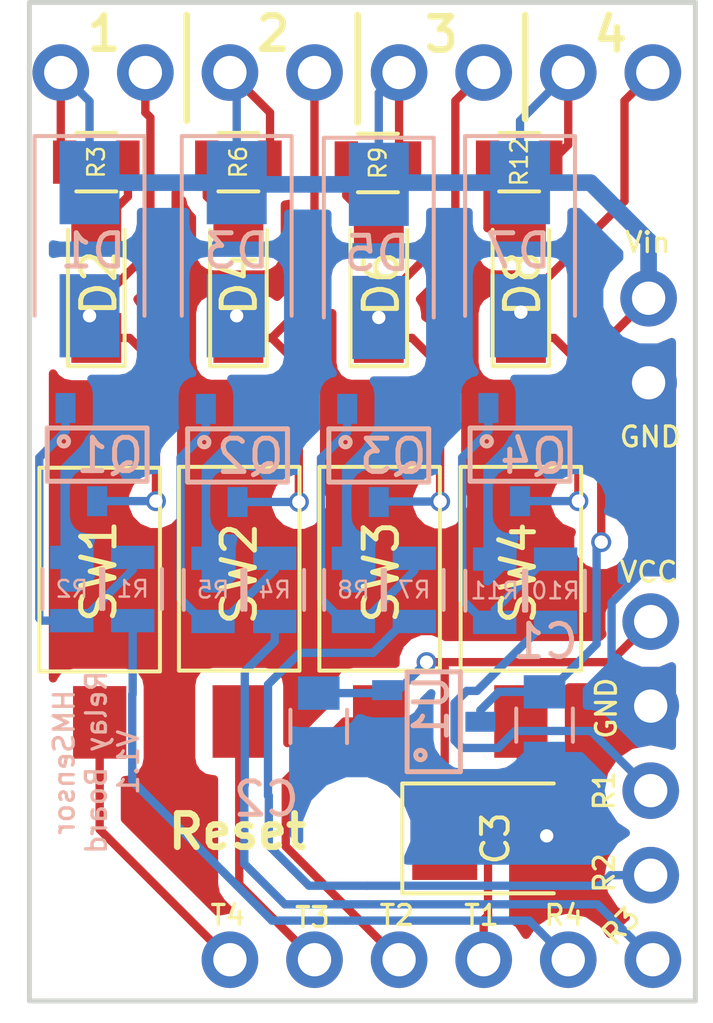
<source format=kicad_pcb>
(kicad_pcb (version 4) (host pcbnew 4.0.2-stable)

  (general
    (links 66)
    (no_connects 0)
    (area 162.325857 91.995866 193.766834 128.991)
    (thickness 1.6)
    (drawings 25)
    (tracks 216)
    (zones 0)
    (modules 38)
    (nets 24)
  )

  (page A4)
  (layers
    (0 F.Cu signal)
    (31 B.Cu signal)
    (32 B.Adhes user)
    (33 F.Adhes user)
    (34 B.Paste user)
    (35 F.Paste user)
    (36 B.SilkS user)
    (37 F.SilkS user)
    (38 B.Mask user)
    (39 F.Mask user)
    (40 Dwgs.User user)
    (41 Cmts.User user)
    (42 Eco1.User user)
    (43 Eco2.User user)
    (44 Edge.Cuts user)
    (45 Margin user)
    (46 B.CrtYd user)
    (47 F.CrtYd user)
    (48 B.Fab user)
    (49 F.Fab user)
  )

  (setup
    (last_trace_width 0.25)
    (user_trace_width 0.5)
    (user_trace_width 1)
    (trace_clearance 0.2)
    (zone_clearance 0.508)
    (zone_45_only yes)
    (trace_min 0.2)
    (segment_width 0.2)
    (edge_width 0.15)
    (via_size 0.6)
    (via_drill 0.4)
    (via_min_size 0.4)
    (via_min_drill 0.3)
    (uvia_size 0.3)
    (uvia_drill 0.1)
    (uvias_allowed no)
    (uvia_min_size 0.2)
    (uvia_min_drill 0.1)
    (pcb_text_width 0.3)
    (pcb_text_size 1.5 1.5)
    (mod_edge_width 0.15)
    (mod_text_size 1 1)
    (mod_text_width 0.15)
    (pad_size 1.5 0.7)
    (pad_drill 0)
    (pad_to_mask_clearance 0.2)
    (aux_axis_origin 0 0)
    (visible_elements 7FFFFF7F)
    (pcbplotparams
      (layerselection 0x010fc_80000001)
      (usegerberextensions true)
      (excludeedgelayer true)
      (linewidth 0.100000)
      (plotframeref false)
      (viasonmask false)
      (mode 1)
      (useauxorigin false)
      (hpglpennumber 1)
      (hpglpenspeed 20)
      (hpglpendiameter 15)
      (hpglpenoverlay 2)
      (psnegative false)
      (psa4output false)
      (plotreference true)
      (plotvalue true)
      (plotinvisibletext false)
      (padsonsilk false)
      (subtractmaskfromsilk false)
      (outputformat 1)
      (mirror false)
      (drillshape 0)
      (scaleselection 1)
      (outputdirectory gerber/))
  )

  (net 0 "")
  (net 1 GND)
  (net 2 "Net-(P1-Pad3)")
  (net 3 "Net-(P1-Pad4)")
  (net 4 "Net-(P2-Pad1)")
  (net 5 "Net-(P2-Pad2)")
  (net 6 "Net-(P2-Pad3)")
  (net 7 "Net-(P2-Pad4)")
  (net 8 "Net-(P2-Pad5)")
  (net 9 "Net-(P2-Pad6)")
  (net 10 +5V)
  (net 11 +3V3)
  (net 12 "Net-(D1-Pad2)")
  (net 13 "Net-(Q1-Pad1)")
  (net 14 "Net-(D2-Pad2)")
  (net 15 "Net-(D3-Pad2)")
  (net 16 "Net-(D4-Pad2)")
  (net 17 "Net-(D5-Pad2)")
  (net 18 "Net-(D6-Pad2)")
  (net 19 "Net-(D7-Pad2)")
  (net 20 "Net-(D8-Pad2)")
  (net 21 "Net-(Q2-Pad1)")
  (net 22 "Net-(Q3-Pad1)")
  (net 23 "Net-(Q4-Pad1)")

  (net_class Default "This is the default net class."
    (clearance 0.2)
    (trace_width 0.25)
    (via_dia 0.6)
    (via_drill 0.4)
    (uvia_dia 0.3)
    (uvia_drill 0.1)
    (add_net +3V3)
    (add_net +5V)
    (add_net GND)
    (add_net "Net-(D1-Pad2)")
    (add_net "Net-(D2-Pad2)")
    (add_net "Net-(D3-Pad2)")
    (add_net "Net-(D4-Pad2)")
    (add_net "Net-(D5-Pad2)")
    (add_net "Net-(D6-Pad2)")
    (add_net "Net-(D7-Pad2)")
    (add_net "Net-(D8-Pad2)")
    (add_net "Net-(P1-Pad3)")
    (add_net "Net-(P1-Pad4)")
    (add_net "Net-(P2-Pad1)")
    (add_net "Net-(P2-Pad2)")
    (add_net "Net-(P2-Pad3)")
    (add_net "Net-(P2-Pad4)")
    (add_net "Net-(P2-Pad5)")
    (add_net "Net-(P2-Pad6)")
    (add_net "Net-(Q1-Pad1)")
    (add_net "Net-(Q2-Pad1)")
    (add_net "Net-(Q3-Pad1)")
    (add_net "Net-(Q4-Pad1)")
  )

  (net_class Fett ""
    (clearance 0.2)
    (trace_width 1)
    (via_dia 0.6)
    (via_drill 0.4)
    (uvia_dia 0.3)
    (uvia_drill 0.1)
  )

  (module Pin_Headers:Pin_Header_Straight_1x02_Pitch2.54mm (layer F.Cu) (tedit 59897605) (tstamp 5988CC7A)
    (at 188.595 103.886)
    (descr "Through hole straight pin header, 1x02, 2.54mm pitch, single row")
    (tags "Through hole pin header THT 1x02 2.54mm single row")
    (path /5988C71E)
    (fp_text reference P3 (at 0 -2.33) (layer F.SilkS) hide
      (effects (font (size 1 1) (thickness 0.15)))
    )
    (fp_text value CONN_01X02 (at 0 4.87) (layer F.Fab) hide
      (effects (font (size 1 1) (thickness 0.15)))
    )
    (fp_line (start -0.635 -1.27) (end 1.27 -1.27) (layer F.Fab) (width 0.1))
    (fp_line (start 1.27 -1.27) (end 1.27 3.81) (layer F.Fab) (width 0.1))
    (fp_line (start 1.27 3.81) (end -1.27 3.81) (layer F.Fab) (width 0.1))
    (fp_line (start -1.27 3.81) (end -1.27 -0.635) (layer F.Fab) (width 0.1))
    (fp_line (start -1.27 -0.635) (end -0.635 -1.27) (layer F.Fab) (width 0.1))
    (fp_line (start -1.8 -1.8) (end -1.8 4.35) (layer F.CrtYd) (width 0.05))
    (fp_line (start -1.8 4.35) (end 1.8 4.35) (layer F.CrtYd) (width 0.05))
    (fp_line (start 1.8 4.35) (end 1.8 -1.8) (layer F.CrtYd) (width 0.05))
    (fp_line (start 1.8 -1.8) (end -1.8 -1.8) (layer F.CrtYd) (width 0.05))
    (fp_text user %R (at 0 1.27 90) (layer F.Fab)
      (effects (font (size 1 1) (thickness 0.15)))
    )
    (pad 1 thru_hole circle (at 0 0) (size 1.7 1.7) (drill 1) (layers *.Cu *.Mask)
      (net 10 +5V))
    (pad 2 thru_hole oval (at 0 2.54) (size 1.7 1.7) (drill 1) (layers *.Cu *.Mask)
      (net 1 GND))
  )

  (module Pin_Headers:Pin_Header_Straight_1x08_Pitch2.54mm (layer F.Cu) (tedit 59897673) (tstamp 5988CC96)
    (at 170.942 97.1042 90)
    (descr "Through hole straight pin header, 1x08, 2.54mm pitch, single row")
    (tags "Through hole pin header THT 1x08 2.54mm single row")
    (path /5988C6F9)
    (fp_text reference P4 (at 0 -2.33 90) (layer F.SilkS) hide
      (effects (font (size 1 1) (thickness 0.15)))
    )
    (fp_text value CONN_01X08 (at 0 20.11 90) (layer F.Fab) hide
      (effects (font (size 1 1) (thickness 0.15)))
    )
    (fp_line (start -0.635 -1.27) (end 1.27 -1.27) (layer F.Fab) (width 0.1))
    (fp_line (start 1.27 -1.27) (end 1.27 19.05) (layer F.Fab) (width 0.1))
    (fp_line (start 1.27 19.05) (end -1.27 19.05) (layer F.Fab) (width 0.1))
    (fp_line (start -1.27 19.05) (end -1.27 -0.635) (layer F.Fab) (width 0.1))
    (fp_line (start -1.27 -0.635) (end -0.635 -1.27) (layer F.Fab) (width 0.1))
    (fp_line (start -1.8 -1.8) (end -1.8 19.55) (layer F.CrtYd) (width 0.05))
    (fp_line (start -1.8 19.55) (end 1.8 19.55) (layer F.CrtYd) (width 0.05))
    (fp_line (start 1.8 19.55) (end 1.8 -1.8) (layer F.CrtYd) (width 0.05))
    (fp_line (start 1.8 -1.8) (end -1.8 -1.8) (layer F.CrtYd) (width 0.05))
    (fp_text user %R (at 0 8.89 180) (layer F.Fab)
      (effects (font (size 1 1) (thickness 0.15)))
    )
    (pad 1 thru_hole circle (at 0 0 90) (size 1.7 1.7) (drill 1) (layers *.Cu *.Mask)
      (net 10 +5V))
    (pad 2 thru_hole oval (at 0 2.54 90) (size 1.7 1.7) (drill 1) (layers *.Cu *.Mask)
      (net 12 "Net-(D1-Pad2)"))
    (pad 3 thru_hole oval (at 0 5.08 90) (size 1.7 1.7) (drill 1) (layers *.Cu *.Mask)
      (net 10 +5V))
    (pad 4 thru_hole oval (at 0 7.62 90) (size 1.7 1.7) (drill 1) (layers *.Cu *.Mask)
      (net 15 "Net-(D3-Pad2)"))
    (pad 5 thru_hole oval (at 0 10.16 90) (size 1.7 1.7) (drill 1) (layers *.Cu *.Mask)
      (net 10 +5V))
    (pad 6 thru_hole oval (at 0 12.7 90) (size 1.7 1.7) (drill 1) (layers *.Cu *.Mask)
      (net 17 "Net-(D5-Pad2)"))
    (pad 7 thru_hole oval (at 0 15.24 90) (size 1.7 1.7) (drill 1) (layers *.Cu *.Mask)
      (net 10 +5V))
    (pad 8 thru_hole oval (at 0 17.78 90) (size 1.7 1.7) (drill 1) (layers *.Cu *.Mask)
      (net 19 "Net-(D7-Pad2)"))
  )

  (module Pin_Headers:Pin_Header_Straight_1x04_Pitch2.54mm (layer F.Cu) (tedit 592F19C2) (tstamp 591321B7)
    (at 188.6585 113.6015)
    (descr "Through hole straight pin header, 1x04, 2.54mm pitch, single row")
    (tags "Through hole pin header THT 1x04 2.54mm single row")
    (path /5988D40E)
    (fp_text reference P1 (at 0 -2.33) (layer F.SilkS) hide
      (effects (font (size 1 1) (thickness 0.15)))
    )
    (fp_text value CONN_01X04 (at 0 9.95) (layer F.Fab) hide
      (effects (font (size 1 1) (thickness 0.15)))
    )
    (fp_line (start -1.27 -1.27) (end -1.27 8.89) (layer F.Fab) (width 0.1))
    (fp_line (start -1.27 8.89) (end 1.27 8.89) (layer F.Fab) (width 0.1))
    (fp_line (start 1.27 8.89) (end 1.27 -1.27) (layer F.Fab) (width 0.1))
    (fp_line (start 1.27 -1.27) (end -1.27 -1.27) (layer F.Fab) (width 0.1))
    (fp_line (start -1.8 -1.8) (end -1.8 9.4) (layer F.CrtYd) (width 0.05))
    (fp_line (start -1.8 9.4) (end 1.8 9.4) (layer F.CrtYd) (width 0.05))
    (fp_line (start 1.8 9.4) (end 1.8 -1.8) (layer F.CrtYd) (width 0.05))
    (fp_line (start 1.8 -1.8) (end -1.8 -1.8) (layer F.CrtYd) (width 0.05))
    (fp_text user %R (at 0 -2.33) (layer F.Fab) hide
      (effects (font (size 1 1) (thickness 0.15)))
    )
    (pad 1 thru_hole circle (at 0 0) (size 1.7 1.7) (drill 1) (layers *.Cu *.Mask)
      (net 11 +3V3) (zone_connect 2))
    (pad 2 thru_hole oval (at 0 2.54) (size 1.7 1.7) (drill 1) (layers *.Cu *.Mask)
      (net 1 GND))
    (pad 3 thru_hole oval (at 0 5.08) (size 1.7 1.7) (drill 1) (layers *.Cu *.Mask)
      (net 2 "Net-(P1-Pad3)"))
    (pad 4 thru_hole oval (at 0 7.62) (size 1.7 1.7) (drill 1) (layers *.Cu *.Mask)
      (net 3 "Net-(P1-Pad4)"))
  )

  (module Pin_Headers:Pin_Header_Straight_1x06_Pitch2.54mm (layer F.Cu) (tedit 592DBE62) (tstamp 591321D0)
    (at 188.722 123.7615 270)
    (descr "Through hole straight pin header, 1x06, 2.54mm pitch, single row")
    (tags "Through hole pin header THT 1x06 2.54mm single row")
    (path /5988D433)
    (fp_text reference P2 (at 0 -2.33 270) (layer F.SilkS) hide
      (effects (font (size 1 1) (thickness 0.15)))
    )
    (fp_text value CONN_01X06 (at 0 15.03 270) (layer F.Fab) hide
      (effects (font (size 1 1) (thickness 0.15)))
    )
    (fp_line (start -1.27 -1.27) (end -1.27 13.97) (layer F.Fab) (width 0.1))
    (fp_line (start -1.27 13.97) (end 1.27 13.97) (layer F.Fab) (width 0.1))
    (fp_line (start 1.27 13.97) (end 1.27 -1.27) (layer F.Fab) (width 0.1))
    (fp_line (start 1.27 -1.27) (end -1.27 -1.27) (layer F.Fab) (width 0.1))
    (fp_line (start -1.8 -1.8) (end -1.8 14.5) (layer F.CrtYd) (width 0.05))
    (fp_line (start -1.8 14.5) (end 1.8 14.5) (layer F.CrtYd) (width 0.05))
    (fp_line (start 1.8 14.5) (end 1.8 -1.8) (layer F.CrtYd) (width 0.05))
    (fp_line (start 1.8 -1.8) (end -1.8 -1.8) (layer F.CrtYd) (width 0.05))
    (fp_text user %R (at 0 -2.33 270) (layer F.Fab) hide
      (effects (font (size 1 1) (thickness 0.15)))
    )
    (pad 1 thru_hole circle (at 0 0 270) (size 1.7 1.7) (drill 1) (layers *.Cu *.Mask)
      (net 4 "Net-(P2-Pad1)"))
    (pad 2 thru_hole oval (at 0 2.54 270) (size 1.7 1.7) (drill 1) (layers *.Cu *.Mask)
      (net 5 "Net-(P2-Pad2)"))
    (pad 3 thru_hole oval (at 0 5.08 270) (size 1.7 1.7) (drill 1) (layers *.Cu *.Mask)
      (net 6 "Net-(P2-Pad3)"))
    (pad 4 thru_hole oval (at 0 7.62 270) (size 1.7 1.7) (drill 1) (layers *.Cu *.Mask)
      (net 7 "Net-(P2-Pad4)"))
    (pad 5 thru_hole oval (at 0 10.16 270) (size 1.7 1.7) (drill 1) (layers *.Cu *.Mask)
      (net 8 "Net-(P2-Pad5)"))
    (pad 6 thru_hole oval (at 0 12.7 270) (size 1.7 1.7) (drill 1) (layers *.Cu *.Mask)
      (net 9 "Net-(P2-Pad6)"))
  )

  (module Mounting_Holes:MountingHole_2.2mm_M2 (layer F.Cu) (tedit 592DBE53) (tstamp 5911C9D5)
    (at 171.958 123.19)
    (descr "Mounting Hole 2.2mm, no annular, M2")
    (tags "mounting hole 2.2mm no annular m2")
    (fp_text reference REF** (at -0.127 4.826) (layer F.SilkS) hide
      (effects (font (size 1 1) (thickness 0.15)))
    )
    (fp_text value MountingHole_2.2mm_M2 (at 0 3.2) (layer F.Fab) hide
      (effects (font (size 1 1) (thickness 0.15)))
    )
    (fp_circle (center 0 0) (end 2.2 0) (layer Cmts.User) (width 0.15))
    (fp_circle (center 0 0) (end 2.45 0) (layer F.CrtYd) (width 0.05))
    (pad 1 np_thru_hole circle (at 0 0) (size 2.2 2.2) (drill 2.2) (layers *.Cu *.Mask))
  )

  (module Mounting_Holes:MountingHole_2.2mm_M2 (layer F.Cu) (tedit 5988CC68) (tstamp 5954F09E)
    (at 179.832 119.888)
    (descr "Mounting Hole 2.2mm, no annular, M2")
    (tags "mounting hole 2.2mm no annular m2")
    (fp_text reference REF** (at 0 -3.2) (layer F.SilkS) hide
      (effects (font (size 1 1) (thickness 0.15)))
    )
    (fp_text value MountingHole_2.2mm_M2 (at 0 3.2) (layer F.Fab) hide
      (effects (font (size 1 1) (thickness 0.15)))
    )
    (fp_circle (center 0 0) (end 2.2 0) (layer Cmts.User) (width 0.15))
    (fp_circle (center 0 0) (end 2.45 0) (layer F.CrtYd) (width 0.05))
    (pad 1 np_thru_hole circle (at 0 0) (size 2.2 2.2) (drill 2.2) (layers *.Cu *.Mask))
  )

  (module Buttons_Switches_SMD:SW_SPST_FSMSM (layer F.Cu) (tedit 59897CE9) (tstamp 5988D310)
    (at 172.1104 112.0394 90)
    (descr http://www.te.com/commerce/DocumentDelivery/DDEController?Action=srchrtrv&DocNm=1437566-3&DocType=Customer+Drawing&DocLang=English)
    (tags "SPST button tactile switch")
    (path /5988D7E5)
    (attr smd)
    (fp_text reference SW1 (at -0.0508 -0.0254 90) (layer F.SilkS)
      (effects (font (size 1 1) (thickness 0.15)))
    )
    (fp_text value SPST (at 0 3 90) (layer F.Fab)
      (effects (font (size 1 1) (thickness 0.15)))
    )
    (fp_text user %R (at 0 -2.6 90) (layer F.Fab) hide
      (effects (font (size 1 1) (thickness 0.15)))
    )
    (fp_line (start -1.75 -1) (end 1.75 -1) (layer F.Fab) (width 0.1))
    (fp_line (start 1.75 -1) (end 1.75 1) (layer F.Fab) (width 0.1))
    (fp_line (start 1.75 1) (end -1.75 1) (layer F.Fab) (width 0.1))
    (fp_line (start -1.75 1) (end -1.75 -1) (layer F.Fab) (width 0.1))
    (fp_line (start -3.06 -1.81) (end 3.06 -1.81) (layer F.SilkS) (width 0.12))
    (fp_line (start 3.06 -1.81) (end 3.06 1.81) (layer F.SilkS) (width 0.12))
    (fp_line (start 3.06 1.81) (end -3.06 1.81) (layer F.SilkS) (width 0.12))
    (fp_line (start -3.06 1.81) (end -3.06 -1.81) (layer F.SilkS) (width 0.12))
    (fp_line (start -1.5 0.8) (end 1.5 0.8) (layer F.Fab) (width 0.1))
    (fp_line (start -1.5 -0.8) (end 1.5 -0.8) (layer F.Fab) (width 0.1))
    (fp_line (start 1.5 -0.8) (end 1.5 0.8) (layer F.Fab) (width 0.1))
    (fp_line (start -1.5 -0.8) (end -1.5 0.8) (layer F.Fab) (width 0.1))
    (fp_line (start -5.95 2) (end 5.95 2) (layer F.CrtYd) (width 0.05))
    (fp_line (start 5.95 -2) (end 5.95 2) (layer F.CrtYd) (width 0.05))
    (fp_line (start -3 1.75) (end 3 1.75) (layer F.Fab) (width 0.1))
    (fp_line (start -3 -1.75) (end 3 -1.75) (layer F.Fab) (width 0.1))
    (fp_line (start -3 -1.75) (end -3 1.75) (layer F.Fab) (width 0.1))
    (fp_line (start 3 -1.75) (end 3 1.75) (layer F.Fab) (width 0.1))
    (fp_line (start -5.95 -2) (end -5.95 2) (layer F.CrtYd) (width 0.05))
    (fp_line (start -5.95 -2) (end 5.95 -2) (layer F.CrtYd) (width 0.05))
    (pad 1 smd rect (at -4.59 0 90) (size 2.18 1.6) (layers F.Cu F.Paste F.Mask)
      (net 9 "Net-(P2-Pad6)"))
    (pad 2 smd rect (at 4.59 0 90) (size 2.18 1.6) (layers F.Cu F.Paste F.Mask)
      (net 1 GND))
    (model ${KISYS3DMOD}/Buttons_Switches_SMD.3dshapes/SW_SPST_FSMSM.wrl
      (at (xyz 0 0 0))
      (scale (xyz 1 1 1))
      (rotate (xyz 0 0 0))
    )
  )

  (module Buttons_Switches_SMD:SW_SPST_FSMSM (layer F.Cu) (tedit 59897CE3) (tstamp 5988D316)
    (at 176.3014 112.014 90)
    (descr http://www.te.com/commerce/DocumentDelivery/DDEController?Action=srchrtrv&DocNm=1437566-3&DocType=Customer+Drawing&DocLang=English)
    (tags "SPST button tactile switch")
    (path /5988D7B6)
    (attr smd)
    (fp_text reference SW2 (at -0.1524 0 90) (layer F.SilkS)
      (effects (font (size 1 1) (thickness 0.15)))
    )
    (fp_text value SPST (at 0 3 90) (layer F.Fab)
      (effects (font (size 1 1) (thickness 0.15)))
    )
    (fp_text user %R (at 0 -2.6 90) (layer F.Fab) hide
      (effects (font (size 1 1) (thickness 0.15)))
    )
    (fp_line (start -1.75 -1) (end 1.75 -1) (layer F.Fab) (width 0.1))
    (fp_line (start 1.75 -1) (end 1.75 1) (layer F.Fab) (width 0.1))
    (fp_line (start 1.75 1) (end -1.75 1) (layer F.Fab) (width 0.1))
    (fp_line (start -1.75 1) (end -1.75 -1) (layer F.Fab) (width 0.1))
    (fp_line (start -3.06 -1.81) (end 3.06 -1.81) (layer F.SilkS) (width 0.12))
    (fp_line (start 3.06 -1.81) (end 3.06 1.81) (layer F.SilkS) (width 0.12))
    (fp_line (start 3.06 1.81) (end -3.06 1.81) (layer F.SilkS) (width 0.12))
    (fp_line (start -3.06 1.81) (end -3.06 -1.81) (layer F.SilkS) (width 0.12))
    (fp_line (start -1.5 0.8) (end 1.5 0.8) (layer F.Fab) (width 0.1))
    (fp_line (start -1.5 -0.8) (end 1.5 -0.8) (layer F.Fab) (width 0.1))
    (fp_line (start 1.5 -0.8) (end 1.5 0.8) (layer F.Fab) (width 0.1))
    (fp_line (start -1.5 -0.8) (end -1.5 0.8) (layer F.Fab) (width 0.1))
    (fp_line (start -5.95 2) (end 5.95 2) (layer F.CrtYd) (width 0.05))
    (fp_line (start 5.95 -2) (end 5.95 2) (layer F.CrtYd) (width 0.05))
    (fp_line (start -3 1.75) (end 3 1.75) (layer F.Fab) (width 0.1))
    (fp_line (start -3 -1.75) (end 3 -1.75) (layer F.Fab) (width 0.1))
    (fp_line (start -3 -1.75) (end -3 1.75) (layer F.Fab) (width 0.1))
    (fp_line (start 3 -1.75) (end 3 1.75) (layer F.Fab) (width 0.1))
    (fp_line (start -5.95 -2) (end -5.95 2) (layer F.CrtYd) (width 0.05))
    (fp_line (start -5.95 -2) (end 5.95 -2) (layer F.CrtYd) (width 0.05))
    (pad 1 smd rect (at -4.59 0 90) (size 2.18 1.6) (layers F.Cu F.Paste F.Mask)
      (net 8 "Net-(P2-Pad5)"))
    (pad 2 smd rect (at 4.59 0 90) (size 2.18 1.6) (layers F.Cu F.Paste F.Mask)
      (net 1 GND))
    (model ${KISYS3DMOD}/Buttons_Switches_SMD.3dshapes/SW_SPST_FSMSM.wrl
      (at (xyz 0 0 0))
      (scale (xyz 1 1 1))
      (rotate (xyz 0 0 0))
    )
  )

  (module Buttons_Switches_SMD:SW_SPST_FSMSM (layer F.Cu) (tedit 59897CDE) (tstamp 5988D31C)
    (at 180.5178 112.014 90)
    (descr http://www.te.com/commerce/DocumentDelivery/DDEController?Action=srchrtrv&DocNm=1437566-3&DocType=Customer+Drawing&DocLang=English)
    (tags "SPST button tactile switch")
    (path /5988D779)
    (attr smd)
    (fp_text reference SW3 (at -0.1016 0.0508 90) (layer F.SilkS)
      (effects (font (size 1 1) (thickness 0.15)))
    )
    (fp_text value SPST (at 0 3 90) (layer F.Fab)
      (effects (font (size 1 1) (thickness 0.15)))
    )
    (fp_text user %R (at 0 -2.6 90) (layer F.Fab) hide
      (effects (font (size 1 1) (thickness 0.15)))
    )
    (fp_line (start -1.75 -1) (end 1.75 -1) (layer F.Fab) (width 0.1))
    (fp_line (start 1.75 -1) (end 1.75 1) (layer F.Fab) (width 0.1))
    (fp_line (start 1.75 1) (end -1.75 1) (layer F.Fab) (width 0.1))
    (fp_line (start -1.75 1) (end -1.75 -1) (layer F.Fab) (width 0.1))
    (fp_line (start -3.06 -1.81) (end 3.06 -1.81) (layer F.SilkS) (width 0.12))
    (fp_line (start 3.06 -1.81) (end 3.06 1.81) (layer F.SilkS) (width 0.12))
    (fp_line (start 3.06 1.81) (end -3.06 1.81) (layer F.SilkS) (width 0.12))
    (fp_line (start -3.06 1.81) (end -3.06 -1.81) (layer F.SilkS) (width 0.12))
    (fp_line (start -1.5 0.8) (end 1.5 0.8) (layer F.Fab) (width 0.1))
    (fp_line (start -1.5 -0.8) (end 1.5 -0.8) (layer F.Fab) (width 0.1))
    (fp_line (start 1.5 -0.8) (end 1.5 0.8) (layer F.Fab) (width 0.1))
    (fp_line (start -1.5 -0.8) (end -1.5 0.8) (layer F.Fab) (width 0.1))
    (fp_line (start -5.95 2) (end 5.95 2) (layer F.CrtYd) (width 0.05))
    (fp_line (start 5.95 -2) (end 5.95 2) (layer F.CrtYd) (width 0.05))
    (fp_line (start -3 1.75) (end 3 1.75) (layer F.Fab) (width 0.1))
    (fp_line (start -3 -1.75) (end 3 -1.75) (layer F.Fab) (width 0.1))
    (fp_line (start -3 -1.75) (end -3 1.75) (layer F.Fab) (width 0.1))
    (fp_line (start 3 -1.75) (end 3 1.75) (layer F.Fab) (width 0.1))
    (fp_line (start -5.95 -2) (end -5.95 2) (layer F.CrtYd) (width 0.05))
    (fp_line (start -5.95 -2) (end 5.95 -2) (layer F.CrtYd) (width 0.05))
    (pad 1 smd rect (at -4.59 0 90) (size 2.18 1.6) (layers F.Cu F.Paste F.Mask)
      (net 7 "Net-(P2-Pad4)"))
    (pad 2 smd rect (at 4.59 0 90) (size 2.18 1.6) (layers F.Cu F.Paste F.Mask)
      (net 1 GND))
    (model ${KISYS3DMOD}/Buttons_Switches_SMD.3dshapes/SW_SPST_FSMSM.wrl
      (at (xyz 0 0 0))
      (scale (xyz 1 1 1))
      (rotate (xyz 0 0 0))
    )
  )

  (module Buttons_Switches_SMD:SW_SPST_FSMSM (layer F.Cu) (tedit 59897CD9) (tstamp 5988D322)
    (at 184.7596 112.014 90)
    (descr http://www.te.com/commerce/DocumentDelivery/DDEController?Action=srchrtrv&DocNm=1437566-3&DocType=Customer+Drawing&DocLang=English)
    (tags "SPST button tactile switch")
    (path /5988D6DA)
    (attr smd)
    (fp_text reference SW4 (at -0.127 -0.0762 90) (layer F.SilkS)
      (effects (font (size 1 1) (thickness 0.15)))
    )
    (fp_text value SPST (at 0 3 90) (layer F.Fab)
      (effects (font (size 1 1) (thickness 0.15)))
    )
    (fp_text user %R (at 0 -2.6 90) (layer F.Fab) hide
      (effects (font (size 1 1) (thickness 0.15)))
    )
    (fp_line (start -1.75 -1) (end 1.75 -1) (layer F.Fab) (width 0.1))
    (fp_line (start 1.75 -1) (end 1.75 1) (layer F.Fab) (width 0.1))
    (fp_line (start 1.75 1) (end -1.75 1) (layer F.Fab) (width 0.1))
    (fp_line (start -1.75 1) (end -1.75 -1) (layer F.Fab) (width 0.1))
    (fp_line (start -3.06 -1.81) (end 3.06 -1.81) (layer F.SilkS) (width 0.12))
    (fp_line (start 3.06 -1.81) (end 3.06 1.81) (layer F.SilkS) (width 0.12))
    (fp_line (start 3.06 1.81) (end -3.06 1.81) (layer F.SilkS) (width 0.12))
    (fp_line (start -3.06 1.81) (end -3.06 -1.81) (layer F.SilkS) (width 0.12))
    (fp_line (start -1.5 0.8) (end 1.5 0.8) (layer F.Fab) (width 0.1))
    (fp_line (start -1.5 -0.8) (end 1.5 -0.8) (layer F.Fab) (width 0.1))
    (fp_line (start 1.5 -0.8) (end 1.5 0.8) (layer F.Fab) (width 0.1))
    (fp_line (start -1.5 -0.8) (end -1.5 0.8) (layer F.Fab) (width 0.1))
    (fp_line (start -5.95 2) (end 5.95 2) (layer F.CrtYd) (width 0.05))
    (fp_line (start 5.95 -2) (end 5.95 2) (layer F.CrtYd) (width 0.05))
    (fp_line (start -3 1.75) (end 3 1.75) (layer F.Fab) (width 0.1))
    (fp_line (start -3 -1.75) (end 3 -1.75) (layer F.Fab) (width 0.1))
    (fp_line (start -3 -1.75) (end -3 1.75) (layer F.Fab) (width 0.1))
    (fp_line (start 3 -1.75) (end 3 1.75) (layer F.Fab) (width 0.1))
    (fp_line (start -5.95 -2) (end -5.95 2) (layer F.CrtYd) (width 0.05))
    (fp_line (start -5.95 -2) (end 5.95 -2) (layer F.CrtYd) (width 0.05))
    (pad 1 smd rect (at -4.59 0 90) (size 2.18 1.6) (layers F.Cu F.Paste F.Mask)
      (net 6 "Net-(P2-Pad3)"))
    (pad 2 smd rect (at 4.59 0 90) (size 2.18 1.6) (layers F.Cu F.Paste F.Mask)
      (net 1 GND))
    (model ${KISYS3DMOD}/Buttons_Switches_SMD.3dshapes/SW_SPST_FSMSM.wrl
      (at (xyz 0 0 0))
      (scale (xyz 1 1 1))
      (rotate (xyz 0 0 0))
    )
  )

  (module SMD:SOT-23-3 (layer B.Cu) (tedit 59897E19) (tstamp 5988DAD0)
    (at 182.1434 116.6114 270)
    (path /5996F7A2)
    (fp_text reference U1 (at -0.4064 0.0762 270) (layer B.SilkS)
      (effects (font (size 1 1) (thickness 0.15)) (justify mirror))
    )
    (fp_text value MCP1703-SOT23-3 (at -2.2 0 540) (layer B.Fab) hide
      (effects (font (size 1 1) (thickness 0.15)) (justify mirror))
    )
    (fp_circle (center 1 0.4) (end 1.1 0.5) (layer B.SilkS) (width 0.15))
    (fp_line (start -1.5 0.8) (end -1.5 -0.8) (layer B.SilkS) (width 0.15))
    (fp_line (start -1.5 -0.8) (end 1.5 -0.8) (layer B.SilkS) (width 0.15))
    (fp_line (start 1.5 -0.8) (end 1.5 0.8) (layer B.SilkS) (width 0.15))
    (fp_line (start 1.5 0.8) (end -1.5 0.8) (layer B.SilkS) (width 0.15))
    (pad 3 smd rect (at 0 -1.4 270) (size 0.6 0.9) (layers B.Cu B.Paste B.Mask)
      (net 10 +5V))
    (pad 2 smd rect (at -0.95 1.4 270) (size 0.6 0.9) (layers B.Cu B.Paste B.Mask)
      (net 11 +3V3))
    (pad 1 smd rect (at 0.95 1.4 270) (size 0.6 0.9) (layers B.Cu B.Paste B.Mask)
      (net 1 GND))
    (model ../../../../../../Users/holger/kicad/3D/kicad/SMD_Packages/SOT-23.wrl
      (at (xyz 0 0 0))
      (scale (xyz 0.4 0.4 0.4))
      (rotate (xyz 0 0 0))
    )
  )

  (module Capacitors_SMD:C_0805 (layer B.Cu) (tedit 59897F46) (tstamp 59895BF6)
    (at 185.4708 116.713 270)
    (descr "Capacitor SMD 0805, reflow soldering, AVX (see smccp.pdf)")
    (tags "capacitor 0805")
    (path /5988E3C6)
    (attr smd)
    (fp_text reference C1 (at -2.5146 -0.0254 360) (layer B.SilkS)
      (effects (font (size 1 1) (thickness 0.15)) (justify mirror))
    )
    (fp_text value 1µF (at 0 -1.75 270) (layer B.Fab)
      (effects (font (size 1 1) (thickness 0.15)) (justify mirror))
    )
    (fp_text user %R (at 0 1.5 270) (layer B.Fab) hide
      (effects (font (size 1 1) (thickness 0.15)) (justify mirror))
    )
    (fp_line (start -1 -0.62) (end -1 0.62) (layer B.Fab) (width 0.1))
    (fp_line (start 1 -0.62) (end -1 -0.62) (layer B.Fab) (width 0.1))
    (fp_line (start 1 0.62) (end 1 -0.62) (layer B.Fab) (width 0.1))
    (fp_line (start -1 0.62) (end 1 0.62) (layer B.Fab) (width 0.1))
    (fp_line (start 0.5 0.85) (end -0.5 0.85) (layer B.SilkS) (width 0.12))
    (fp_line (start -0.5 -0.85) (end 0.5 -0.85) (layer B.SilkS) (width 0.12))
    (fp_line (start -1.75 0.88) (end 1.75 0.88) (layer B.CrtYd) (width 0.05))
    (fp_line (start -1.75 0.88) (end -1.75 -0.87) (layer B.CrtYd) (width 0.05))
    (fp_line (start 1.75 -0.87) (end 1.75 0.88) (layer B.CrtYd) (width 0.05))
    (fp_line (start 1.75 -0.87) (end -1.75 -0.87) (layer B.CrtYd) (width 0.05))
    (pad 1 smd rect (at -1 0 270) (size 1 1.25) (layers B.Cu B.Paste B.Mask)
      (net 10 +5V))
    (pad 2 smd rect (at 1 0 270) (size 1 1.25) (layers B.Cu B.Paste B.Mask)
      (net 1 GND))
    (model Capacitors_SMD.3dshapes/C_0805.wrl
      (at (xyz 0 0 0))
      (scale (xyz 1 1 1))
      (rotate (xyz 0 0 0))
    )
  )

  (module Capacitors_SMD:C_0805 (layer B.Cu) (tedit 59897F53) (tstamp 59895BFB)
    (at 178.689 116.7511 270)
    (descr "Capacitor SMD 0805, reflow soldering, AVX (see smccp.pdf)")
    (tags "capacitor 0805")
    (path /5988E419)
    (attr smd)
    (fp_text reference C2 (at 2.1844 1.5748 360) (layer B.SilkS)
      (effects (font (size 1 1) (thickness 0.15)) (justify mirror))
    )
    (fp_text value 100n (at 0 -1.75 270) (layer B.Fab)
      (effects (font (size 1 1) (thickness 0.15)) (justify mirror))
    )
    (fp_text user %R (at 0 1.5 270) (layer B.Fab) hide
      (effects (font (size 1 1) (thickness 0.15)) (justify mirror))
    )
    (fp_line (start -1 -0.62) (end -1 0.62) (layer B.Fab) (width 0.1))
    (fp_line (start 1 -0.62) (end -1 -0.62) (layer B.Fab) (width 0.1))
    (fp_line (start 1 0.62) (end 1 -0.62) (layer B.Fab) (width 0.1))
    (fp_line (start -1 0.62) (end 1 0.62) (layer B.Fab) (width 0.1))
    (fp_line (start 0.5 0.85) (end -0.5 0.85) (layer B.SilkS) (width 0.12))
    (fp_line (start -0.5 -0.85) (end 0.5 -0.85) (layer B.SilkS) (width 0.12))
    (fp_line (start -1.75 0.88) (end 1.75 0.88) (layer B.CrtYd) (width 0.05))
    (fp_line (start -1.75 0.88) (end -1.75 -0.87) (layer B.CrtYd) (width 0.05))
    (fp_line (start 1.75 -0.87) (end 1.75 0.88) (layer B.CrtYd) (width 0.05))
    (fp_line (start 1.75 -0.87) (end -1.75 -0.87) (layer B.CrtYd) (width 0.05))
    (pad 1 smd rect (at -1 0 270) (size 1 1.25) (layers B.Cu B.Paste B.Mask)
      (net 11 +3V3))
    (pad 2 smd rect (at 1 0 270) (size 1 1.25) (layers B.Cu B.Paste B.Mask)
      (net 1 GND))
    (model Capacitors_SMD.3dshapes/C_0805.wrl
      (at (xyz 0 0 0))
      (scale (xyz 1 1 1))
      (rotate (xyz 0 0 0))
    )
  )

  (module Capacitors_Tantalum_SMD:CP_Tantalum_Case-T_EIA-3528-12_Reflow (layer F.Cu) (tedit 59897D10) (tstamp 59895C00)
    (at 183.9976 120.1166)
    (descr "Tantalum capacitor, Case T, EIA 3528-12, 3.5x2.8x1.2mm, Reflow soldering footprint")
    (tags "capacitor tantalum smd")
    (path /5988E462)
    (attr smd)
    (fp_text reference C3 (at 0 -3.15) (layer F.SilkS) hide
      (effects (font (size 1 1) (thickness 0.15)))
    )
    (fp_text value 47µF (at 0 3.15) (layer F.Fab)
      (effects (font (size 1 1) (thickness 0.15)))
    )
    (fp_text user %R (at 0 0 90) (layer F.SilkS)
      (effects (font (size 0.8 0.8) (thickness 0.12)))
    )
    (fp_line (start -2.85 -1.75) (end -2.85 1.75) (layer F.CrtYd) (width 0.05))
    (fp_line (start -2.85 1.75) (end 2.85 1.75) (layer F.CrtYd) (width 0.05))
    (fp_line (start 2.85 1.75) (end 2.85 -1.75) (layer F.CrtYd) (width 0.05))
    (fp_line (start 2.85 -1.75) (end -2.85 -1.75) (layer F.CrtYd) (width 0.05))
    (fp_line (start -1.75 -1.4) (end -1.75 1.4) (layer F.Fab) (width 0.1))
    (fp_line (start -1.75 1.4) (end 1.75 1.4) (layer F.Fab) (width 0.1))
    (fp_line (start 1.75 1.4) (end 1.75 -1.4) (layer F.Fab) (width 0.1))
    (fp_line (start 1.75 -1.4) (end -1.75 -1.4) (layer F.Fab) (width 0.1))
    (fp_line (start -1.4 -1.4) (end -1.4 1.4) (layer F.Fab) (width 0.1))
    (fp_line (start -1.225 -1.4) (end -1.225 1.4) (layer F.Fab) (width 0.1))
    (fp_line (start -2.8 -1.65) (end 1.75 -1.65) (layer F.SilkS) (width 0.12))
    (fp_line (start -2.8 1.65) (end 1.75 1.65) (layer F.SilkS) (width 0.12))
    (fp_line (start -2.8 -1.65) (end -2.8 1.65) (layer F.SilkS) (width 0.12))
    (pad 1 smd rect (at -1.525 0) (size 1.95 2.5) (layers F.Cu F.Paste F.Mask)
      (net 11 +3V3))
    (pad 2 smd rect (at 1.525 0) (size 1.95 2.5) (layers F.Cu F.Paste F.Mask)
      (net 1 GND))
    (model Capacitors_Tantalum_SMD.3dshapes/CP_Tantalum_Case-T_EIA-3528-12.wrl
      (at (xyz 0 0 0))
      (scale (xyz 1 1 1))
      (rotate (xyz 0 0 0))
    )
  )

  (module Diodes_SMD:D_SMA (layer B.Cu) (tedit 59897DBE) (tstamp 59895C05)
    (at 171.8056 102.4128 270)
    (descr "Diode SMA (DO-214AC)")
    (tags "Diode SMA (DO-214AC)")
    (path /5988FAD1)
    (attr smd)
    (fp_text reference D1 (at 0.0508 -0.1016 360) (layer B.SilkS)
      (effects (font (size 1 1) (thickness 0.15)) (justify mirror))
    )
    (fp_text value SS14 (at 0 -2.6 270) (layer B.Fab)
      (effects (font (size 1 1) (thickness 0.15)) (justify mirror))
    )
    (fp_text user %R (at 0 2.5 270) (layer B.Fab) hide
      (effects (font (size 1 1) (thickness 0.15)) (justify mirror))
    )
    (fp_line (start -3.4 1.65) (end -3.4 -1.65) (layer B.SilkS) (width 0.12))
    (fp_line (start 2.3 -1.5) (end -2.3 -1.5) (layer B.Fab) (width 0.1))
    (fp_line (start -2.3 -1.5) (end -2.3 1.5) (layer B.Fab) (width 0.1))
    (fp_line (start 2.3 1.5) (end 2.3 -1.5) (layer B.Fab) (width 0.1))
    (fp_line (start 2.3 1.5) (end -2.3 1.5) (layer B.Fab) (width 0.1))
    (fp_line (start -3.5 1.75) (end 3.5 1.75) (layer B.CrtYd) (width 0.05))
    (fp_line (start 3.5 1.75) (end 3.5 -1.75) (layer B.CrtYd) (width 0.05))
    (fp_line (start 3.5 -1.75) (end -3.5 -1.75) (layer B.CrtYd) (width 0.05))
    (fp_line (start -3.5 -1.75) (end -3.5 1.75) (layer B.CrtYd) (width 0.05))
    (fp_line (start -0.64944 -0.00102) (end -1.55114 -0.00102) (layer B.Fab) (width 0.1))
    (fp_line (start 0.50118 -0.00102) (end 1.4994 -0.00102) (layer B.Fab) (width 0.1))
    (fp_line (start -0.64944 0.79908) (end -0.64944 -0.80112) (layer B.Fab) (width 0.1))
    (fp_line (start 0.50118 -0.75032) (end 0.50118 0.79908) (layer B.Fab) (width 0.1))
    (fp_line (start -0.64944 -0.00102) (end 0.50118 -0.75032) (layer B.Fab) (width 0.1))
    (fp_line (start -0.64944 -0.00102) (end 0.50118 0.79908) (layer B.Fab) (width 0.1))
    (fp_line (start -3.4 -1.65) (end 2 -1.65) (layer B.SilkS) (width 0.12))
    (fp_line (start -3.4 1.65) (end 2 1.65) (layer B.SilkS) (width 0.12))
    (pad 1 smd rect (at -2 0 270) (size 2.5 1.8) (layers B.Cu B.Paste B.Mask)
      (net 10 +5V))
    (pad 2 smd rect (at 2 0 270) (size 2.5 1.8) (layers B.Cu B.Paste B.Mask)
      (net 12 "Net-(D1-Pad2)"))
    (model ../../../../../../Users/holger/kicad/3D/kicad/Diodes_SMD.3dshapes/Diode-SMA_Standard.wrl
      (at (xyz 0 0 0))
      (scale (xyz 0.4 0.4 0.4))
      (rotate (xyz 0 0 0))
    )
  )

  (module LEDs:LED_1206 (layer F.Cu) (tedit 59897849) (tstamp 59895C0A)
    (at 172.0088 103.4288 90)
    (descr "LED 1206 smd package")
    (tags "LED led 1206 SMD smd SMT smt smdled SMDLED smtled SMTLED")
    (path /5988FA8A)
    (attr smd)
    (fp_text reference D2 (at 0 0.0762 90) (layer F.SilkS)
      (effects (font (size 1 1) (thickness 0.15)))
    )
    (fp_text value LED (at 0 1.7 90) (layer F.Fab)
      (effects (font (size 1 1) (thickness 0.15)))
    )
    (fp_line (start -2.5 -0.85) (end -2.5 0.85) (layer F.SilkS) (width 0.12))
    (fp_line (start -0.45 -0.4) (end -0.45 0.4) (layer F.Fab) (width 0.1))
    (fp_line (start -0.4 0) (end 0.2 -0.4) (layer F.Fab) (width 0.1))
    (fp_line (start 0.2 0.4) (end -0.4 0) (layer F.Fab) (width 0.1))
    (fp_line (start 0.2 -0.4) (end 0.2 0.4) (layer F.Fab) (width 0.1))
    (fp_line (start 1.6 0.8) (end -1.6 0.8) (layer F.Fab) (width 0.1))
    (fp_line (start 1.6 -0.8) (end 1.6 0.8) (layer F.Fab) (width 0.1))
    (fp_line (start -1.6 -0.8) (end 1.6 -0.8) (layer F.Fab) (width 0.1))
    (fp_line (start -1.6 0.8) (end -1.6 -0.8) (layer F.Fab) (width 0.1))
    (fp_line (start -2.45 0.85) (end 1.6 0.85) (layer F.SilkS) (width 0.12))
    (fp_line (start -2.45 -0.85) (end 1.6 -0.85) (layer F.SilkS) (width 0.12))
    (fp_line (start 2.65 -1) (end 2.65 1) (layer F.CrtYd) (width 0.05))
    (fp_line (start 2.65 1) (end -2.65 1) (layer F.CrtYd) (width 0.05))
    (fp_line (start -2.65 1) (end -2.65 -1) (layer F.CrtYd) (width 0.05))
    (fp_line (start -2.65 -1) (end 2.65 -1) (layer F.CrtYd) (width 0.05))
    (pad 2 smd rect (at 1.65 0 270) (size 1.5 1.5) (layers F.Cu F.Paste F.Mask)
      (net 14 "Net-(D2-Pad2)"))
    (pad 1 smd rect (at -1.65 0 270) (size 1.5 1.5) (layers F.Cu F.Paste F.Mask)
      (net 12 "Net-(D1-Pad2)"))
    (model ${KISYS3DMOD}/LEDs.3dshapes/LED_1206.wrl
      (at (xyz 0 0 0))
      (scale (xyz 1 1 1))
      (rotate (xyz 0 0 180))
    )
  )

  (module Resistors_SMD:R_0805 (layer B.Cu) (tedit 59897E6F) (tstamp 59895C18)
    (at 173.101 112.6236 270)
    (descr "Resistor SMD 0805, reflow soldering, Vishay (see dcrcw.pdf)")
    (tags "resistor 0805")
    (path /5988F948)
    (attr smd)
    (fp_text reference R1 (at 0 1.65 270) (layer B.SilkS) hide
      (effects (font (size 1 1) (thickness 0.15)) (justify mirror))
    )
    (fp_text value 1k5 (at 0 -1.75 270) (layer B.Fab)
      (effects (font (size 1 1) (thickness 0.15)) (justify mirror))
    )
    (fp_text user %R (at 0 0 360) (layer B.SilkS)
      (effects (font (size 0.5 0.5) (thickness 0.075)) (justify mirror))
    )
    (fp_line (start -1 -0.62) (end -1 0.62) (layer B.Fab) (width 0.1))
    (fp_line (start 1 -0.62) (end -1 -0.62) (layer B.Fab) (width 0.1))
    (fp_line (start 1 0.62) (end 1 -0.62) (layer B.Fab) (width 0.1))
    (fp_line (start -1 0.62) (end 1 0.62) (layer B.Fab) (width 0.1))
    (fp_line (start 0.6 -0.88) (end -0.6 -0.88) (layer B.SilkS) (width 0.12))
    (fp_line (start -0.6 0.88) (end 0.6 0.88) (layer B.SilkS) (width 0.12))
    (fp_line (start -1.55 0.9) (end 1.55 0.9) (layer B.CrtYd) (width 0.05))
    (fp_line (start -1.55 0.9) (end -1.55 -0.9) (layer B.CrtYd) (width 0.05))
    (fp_line (start 1.55 -0.9) (end 1.55 0.9) (layer B.CrtYd) (width 0.05))
    (fp_line (start 1.55 -0.9) (end -1.55 -0.9) (layer B.CrtYd) (width 0.05))
    (pad 1 smd rect (at -0.95 0 270) (size 0.7 1.3) (layers B.Cu B.Paste B.Mask)
      (net 13 "Net-(Q1-Pad1)"))
    (pad 2 smd rect (at 0.95 0 270) (size 0.7 1.3) (layers B.Cu B.Paste B.Mask)
      (net 5 "Net-(P2-Pad2)"))
    (model ${KISYS3DMOD}/Resistors_SMD.3dshapes/R_0805.wrl
      (at (xyz 0 0 0))
      (scale (xyz 1 1 1))
      (rotate (xyz 0 0 0))
    )
  )

  (module Resistors_SMD:R_0805 (layer B.Cu) (tedit 59897E6C) (tstamp 59895C1D)
    (at 171.2722 112.6236 270)
    (descr "Resistor SMD 0805, reflow soldering, Vishay (see dcrcw.pdf)")
    (tags "resistor 0805")
    (path /5988F99B)
    (attr smd)
    (fp_text reference R2 (at 0 1.65 270) (layer B.SilkS) hide
      (effects (font (size 1 1) (thickness 0.15)) (justify mirror))
    )
    (fp_text value 1M (at 0 -1.75 270) (layer B.Fab)
      (effects (font (size 1 1) (thickness 0.15)) (justify mirror))
    )
    (fp_text user %R (at 0 0 360) (layer B.SilkS)
      (effects (font (size 0.5 0.5) (thickness 0.075)) (justify mirror))
    )
    (fp_line (start -1 -0.62) (end -1 0.62) (layer B.Fab) (width 0.1))
    (fp_line (start 1 -0.62) (end -1 -0.62) (layer B.Fab) (width 0.1))
    (fp_line (start 1 0.62) (end 1 -0.62) (layer B.Fab) (width 0.1))
    (fp_line (start -1 0.62) (end 1 0.62) (layer B.Fab) (width 0.1))
    (fp_line (start 0.6 -0.88) (end -0.6 -0.88) (layer B.SilkS) (width 0.12))
    (fp_line (start -0.6 0.88) (end 0.6 0.88) (layer B.SilkS) (width 0.12))
    (fp_line (start -1.55 0.9) (end 1.55 0.9) (layer B.CrtYd) (width 0.05))
    (fp_line (start -1.55 0.9) (end -1.55 -0.9) (layer B.CrtYd) (width 0.05))
    (fp_line (start 1.55 -0.9) (end 1.55 0.9) (layer B.CrtYd) (width 0.05))
    (fp_line (start 1.55 -0.9) (end -1.55 -0.9) (layer B.CrtYd) (width 0.05))
    (pad 1 smd rect (at -0.95 0 270) (size 0.7 1.3) (layers B.Cu B.Paste B.Mask)
      (net 1 GND))
    (pad 2 smd rect (at 0.95 0 270) (size 0.7 1.3) (layers B.Cu B.Paste B.Mask)
      (net 13 "Net-(Q1-Pad1)"))
    (model ${KISYS3DMOD}/Resistors_SMD.3dshapes/R_0805.wrl
      (at (xyz 0 0 0))
      (scale (xyz 1 1 1))
      (rotate (xyz 0 0 0))
    )
  )

  (module Resistors_SMD:R_0805 (layer F.Cu) (tedit 59897821) (tstamp 59895C22)
    (at 172.0088 99.7966)
    (descr "Resistor SMD 0805, reflow soldering, Vishay (see dcrcw.pdf)")
    (tags "resistor 0805")
    (path /5988F8EB)
    (attr smd)
    (fp_text reference R3 (at 0 -1.65) (layer F.SilkS) hide
      (effects (font (size 1 1) (thickness 0.15)))
    )
    (fp_text value 1k5 (at 0 1.75) (layer F.Fab)
      (effects (font (size 1 1) (thickness 0.15)))
    )
    (fp_text user %R (at 0 0 90) (layer F.SilkS)
      (effects (font (size 0.5 0.5) (thickness 0.075)))
    )
    (fp_line (start -1 0.62) (end -1 -0.62) (layer F.Fab) (width 0.1))
    (fp_line (start 1 0.62) (end -1 0.62) (layer F.Fab) (width 0.1))
    (fp_line (start 1 -0.62) (end 1 0.62) (layer F.Fab) (width 0.1))
    (fp_line (start -1 -0.62) (end 1 -0.62) (layer F.Fab) (width 0.1))
    (fp_line (start 0.6 0.88) (end -0.6 0.88) (layer F.SilkS) (width 0.12))
    (fp_line (start -0.6 -0.88) (end 0.6 -0.88) (layer F.SilkS) (width 0.12))
    (fp_line (start -1.55 -0.9) (end 1.55 -0.9) (layer F.CrtYd) (width 0.05))
    (fp_line (start -1.55 -0.9) (end -1.55 0.9) (layer F.CrtYd) (width 0.05))
    (fp_line (start 1.55 0.9) (end 1.55 -0.9) (layer F.CrtYd) (width 0.05))
    (fp_line (start 1.55 0.9) (end -1.55 0.9) (layer F.CrtYd) (width 0.05))
    (pad 1 smd rect (at -0.95 0) (size 0.7 1.3) (layers F.Cu F.Paste F.Mask)
      (net 10 +5V))
    (pad 2 smd rect (at 0.95 0) (size 0.7 1.3) (layers F.Cu F.Paste F.Mask)
      (net 14 "Net-(D2-Pad2)"))
    (model ${KISYS3DMOD}/Resistors_SMD.3dshapes/R_0805.wrl
      (at (xyz 0 0 0))
      (scale (xyz 1 1 1))
      (rotate (xyz 0 0 0))
    )
  )

  (module SMD:SOT-23-3 (layer B.Cu) (tedit 59897E02) (tstamp 59895F4E)
    (at 172.0342 108.585 180)
    (path /5988F318)
    (fp_text reference Q1 (at -0.381 -0.0254 180) (layer B.SilkS)
      (effects (font (size 1 1) (thickness 0.15)) (justify mirror))
    )
    (fp_text value BC817 (at -2.2 0 450) (layer B.Fab) hide
      (effects (font (size 1 1) (thickness 0.15)) (justify mirror))
    )
    (fp_circle (center 1 0.4) (end 1.1 0.5) (layer B.SilkS) (width 0.15))
    (fp_line (start -1.5 0.8) (end -1.5 -0.8) (layer B.SilkS) (width 0.15))
    (fp_line (start -1.5 -0.8) (end 1.5 -0.8) (layer B.SilkS) (width 0.15))
    (fp_line (start 1.5 -0.8) (end 1.5 0.8) (layer B.SilkS) (width 0.15))
    (fp_line (start 1.5 0.8) (end -1.5 0.8) (layer B.SilkS) (width 0.15))
    (pad 3 smd rect (at 0 -1.4 180) (size 0.6 0.9) (layers B.Cu B.Paste B.Mask)
      (net 12 "Net-(D1-Pad2)"))
    (pad 2 smd rect (at -0.95 1.4 180) (size 0.6 0.9) (layers B.Cu B.Paste B.Mask)
      (net 1 GND))
    (pad 1 smd rect (at 0.95 1.4 180) (size 0.6 0.9) (layers B.Cu B.Paste B.Mask)
      (net 13 "Net-(Q1-Pad1)"))
    (model ../../../../../../Users/holger/kicad/3D/kicad/SMD_Packages/SOT-23.wrl
      (at (xyz 0 0 0))
      (scale (xyz 0.4 0.4 0.4))
      (rotate (xyz 0 0 0))
    )
  )

  (module Diodes_SMD:D_SMA (layer B.Cu) (tedit 59897DC4) (tstamp 59896E68)
    (at 176.2252 102.4128 270)
    (descr "Diode SMA (DO-214AC)")
    (tags "Diode SMA (DO-214AC)")
    (path /59898DCC)
    (attr smd)
    (fp_text reference D3 (at 0.0508 0 360) (layer B.SilkS)
      (effects (font (size 1 1) (thickness 0.15)) (justify mirror))
    )
    (fp_text value SS14 (at 0 -2.6 270) (layer B.Fab)
      (effects (font (size 1 1) (thickness 0.15)) (justify mirror))
    )
    (fp_text user %R (at 0 2.5 270) (layer B.Fab) hide
      (effects (font (size 1 1) (thickness 0.15)) (justify mirror))
    )
    (fp_line (start -3.4 1.65) (end -3.4 -1.65) (layer B.SilkS) (width 0.12))
    (fp_line (start 2.3 -1.5) (end -2.3 -1.5) (layer B.Fab) (width 0.1))
    (fp_line (start -2.3 -1.5) (end -2.3 1.5) (layer B.Fab) (width 0.1))
    (fp_line (start 2.3 1.5) (end 2.3 -1.5) (layer B.Fab) (width 0.1))
    (fp_line (start 2.3 1.5) (end -2.3 1.5) (layer B.Fab) (width 0.1))
    (fp_line (start -3.5 1.75) (end 3.5 1.75) (layer B.CrtYd) (width 0.05))
    (fp_line (start 3.5 1.75) (end 3.5 -1.75) (layer B.CrtYd) (width 0.05))
    (fp_line (start 3.5 -1.75) (end -3.5 -1.75) (layer B.CrtYd) (width 0.05))
    (fp_line (start -3.5 -1.75) (end -3.5 1.75) (layer B.CrtYd) (width 0.05))
    (fp_line (start -0.64944 -0.00102) (end -1.55114 -0.00102) (layer B.Fab) (width 0.1))
    (fp_line (start 0.50118 -0.00102) (end 1.4994 -0.00102) (layer B.Fab) (width 0.1))
    (fp_line (start -0.64944 0.79908) (end -0.64944 -0.80112) (layer B.Fab) (width 0.1))
    (fp_line (start 0.50118 -0.75032) (end 0.50118 0.79908) (layer B.Fab) (width 0.1))
    (fp_line (start -0.64944 -0.00102) (end 0.50118 -0.75032) (layer B.Fab) (width 0.1))
    (fp_line (start -0.64944 -0.00102) (end 0.50118 0.79908) (layer B.Fab) (width 0.1))
    (fp_line (start -3.4 -1.65) (end 2 -1.65) (layer B.SilkS) (width 0.12))
    (fp_line (start -3.4 1.65) (end 2 1.65) (layer B.SilkS) (width 0.12))
    (pad 1 smd rect (at -2 0 270) (size 2.5 1.8) (layers B.Cu B.Paste B.Mask)
      (net 10 +5V))
    (pad 2 smd rect (at 2 0 270) (size 2.5 1.8) (layers B.Cu B.Paste B.Mask)
      (net 15 "Net-(D3-Pad2)"))
    (model ../../../../../../Users/holger/kicad/3D/kicad/Diodes_SMD.3dshapes/Diode-SMA_Standard.wrl
      (at (xyz 0 0 0))
      (scale (xyz 0.4 0.4 0.4))
      (rotate (xyz 0 0 0))
    )
  )

  (module LEDs:LED_1206 (layer F.Cu) (tedit 59897861) (tstamp 59896E6E)
    (at 176.276 103.4288 90)
    (descr "LED 1206 smd package")
    (tags "LED led 1206 SMD smd SMT smt smdled SMDLED smtled SMTLED")
    (path /59899693)
    (attr smd)
    (fp_text reference D4 (at 0 0.0254 90) (layer F.SilkS)
      (effects (font (size 1 1) (thickness 0.15)))
    )
    (fp_text value LED (at 0 1.7 90) (layer F.Fab)
      (effects (font (size 1 1) (thickness 0.15)))
    )
    (fp_line (start -2.5 -0.85) (end -2.5 0.85) (layer F.SilkS) (width 0.12))
    (fp_line (start -0.45 -0.4) (end -0.45 0.4) (layer F.Fab) (width 0.1))
    (fp_line (start -0.4 0) (end 0.2 -0.4) (layer F.Fab) (width 0.1))
    (fp_line (start 0.2 0.4) (end -0.4 0) (layer F.Fab) (width 0.1))
    (fp_line (start 0.2 -0.4) (end 0.2 0.4) (layer F.Fab) (width 0.1))
    (fp_line (start 1.6 0.8) (end -1.6 0.8) (layer F.Fab) (width 0.1))
    (fp_line (start 1.6 -0.8) (end 1.6 0.8) (layer F.Fab) (width 0.1))
    (fp_line (start -1.6 -0.8) (end 1.6 -0.8) (layer F.Fab) (width 0.1))
    (fp_line (start -1.6 0.8) (end -1.6 -0.8) (layer F.Fab) (width 0.1))
    (fp_line (start -2.45 0.85) (end 1.6 0.85) (layer F.SilkS) (width 0.12))
    (fp_line (start -2.45 -0.85) (end 1.6 -0.85) (layer F.SilkS) (width 0.12))
    (fp_line (start 2.65 -1) (end 2.65 1) (layer F.CrtYd) (width 0.05))
    (fp_line (start 2.65 1) (end -2.65 1) (layer F.CrtYd) (width 0.05))
    (fp_line (start -2.65 1) (end -2.65 -1) (layer F.CrtYd) (width 0.05))
    (fp_line (start -2.65 -1) (end 2.65 -1) (layer F.CrtYd) (width 0.05))
    (pad 2 smd rect (at 1.65 0 270) (size 1.5 1.5) (layers F.Cu F.Paste F.Mask)
      (net 16 "Net-(D4-Pad2)"))
    (pad 1 smd rect (at -1.65 0 270) (size 1.5 1.5) (layers F.Cu F.Paste F.Mask)
      (net 15 "Net-(D3-Pad2)"))
    (model ${KISYS3DMOD}/LEDs.3dshapes/LED_1206.wrl
      (at (xyz 0 0 0))
      (scale (xyz 1 1 1))
      (rotate (xyz 0 0 180))
    )
  )

  (module Diodes_SMD:D_SMA (layer B.Cu) (tedit 59897DCA) (tstamp 59896E74)
    (at 180.4924 102.4636 270)
    (descr "Diode SMA (DO-214AC)")
    (tags "Diode SMA (DO-214AC)")
    (path /5989C2C0)
    (attr smd)
    (fp_text reference D5 (at 0.0762 0.0508 360) (layer B.SilkS)
      (effects (font (size 1 1) (thickness 0.15)) (justify mirror))
    )
    (fp_text value SS14 (at 0 -2.6 270) (layer B.Fab)
      (effects (font (size 1 1) (thickness 0.15)) (justify mirror))
    )
    (fp_text user %R (at 0 2.5 270) (layer B.Fab) hide
      (effects (font (size 1 1) (thickness 0.15)) (justify mirror))
    )
    (fp_line (start -3.4 1.65) (end -3.4 -1.65) (layer B.SilkS) (width 0.12))
    (fp_line (start 2.3 -1.5) (end -2.3 -1.5) (layer B.Fab) (width 0.1))
    (fp_line (start -2.3 -1.5) (end -2.3 1.5) (layer B.Fab) (width 0.1))
    (fp_line (start 2.3 1.5) (end 2.3 -1.5) (layer B.Fab) (width 0.1))
    (fp_line (start 2.3 1.5) (end -2.3 1.5) (layer B.Fab) (width 0.1))
    (fp_line (start -3.5 1.75) (end 3.5 1.75) (layer B.CrtYd) (width 0.05))
    (fp_line (start 3.5 1.75) (end 3.5 -1.75) (layer B.CrtYd) (width 0.05))
    (fp_line (start 3.5 -1.75) (end -3.5 -1.75) (layer B.CrtYd) (width 0.05))
    (fp_line (start -3.5 -1.75) (end -3.5 1.75) (layer B.CrtYd) (width 0.05))
    (fp_line (start -0.64944 -0.00102) (end -1.55114 -0.00102) (layer B.Fab) (width 0.1))
    (fp_line (start 0.50118 -0.00102) (end 1.4994 -0.00102) (layer B.Fab) (width 0.1))
    (fp_line (start -0.64944 0.79908) (end -0.64944 -0.80112) (layer B.Fab) (width 0.1))
    (fp_line (start 0.50118 -0.75032) (end 0.50118 0.79908) (layer B.Fab) (width 0.1))
    (fp_line (start -0.64944 -0.00102) (end 0.50118 -0.75032) (layer B.Fab) (width 0.1))
    (fp_line (start -0.64944 -0.00102) (end 0.50118 0.79908) (layer B.Fab) (width 0.1))
    (fp_line (start -3.4 -1.65) (end 2 -1.65) (layer B.SilkS) (width 0.12))
    (fp_line (start -3.4 1.65) (end 2 1.65) (layer B.SilkS) (width 0.12))
    (pad 1 smd rect (at -2 0 270) (size 2.5 1.8) (layers B.Cu B.Paste B.Mask)
      (net 10 +5V))
    (pad 2 smd rect (at 2 0 270) (size 2.5 1.8) (layers B.Cu B.Paste B.Mask)
      (net 17 "Net-(D5-Pad2)"))
    (model ../../../../../../Users/holger/kicad/3D/kicad/Diodes_SMD.3dshapes/Diode-SMA_Standard.wrl
      (at (xyz 0 0 0))
      (scale (xyz 0.4 0.4 0.4))
      (rotate (xyz 0 0 0))
    )
  )

  (module LEDs:LED_1206 (layer F.Cu) (tedit 59897869) (tstamp 59896E7A)
    (at 180.4924 103.4288 90)
    (descr "LED 1206 smd package")
    (tags "LED led 1206 SMD smd SMT smt smdled SMDLED smtled SMTLED")
    (path /5989D5FF)
    (attr smd)
    (fp_text reference D6 (at -0.0254 0.0762 90) (layer F.SilkS)
      (effects (font (size 1 1) (thickness 0.15)))
    )
    (fp_text value LED (at 0 1.7 90) (layer F.Fab)
      (effects (font (size 1 1) (thickness 0.15)))
    )
    (fp_line (start -2.5 -0.85) (end -2.5 0.85) (layer F.SilkS) (width 0.12))
    (fp_line (start -0.45 -0.4) (end -0.45 0.4) (layer F.Fab) (width 0.1))
    (fp_line (start -0.4 0) (end 0.2 -0.4) (layer F.Fab) (width 0.1))
    (fp_line (start 0.2 0.4) (end -0.4 0) (layer F.Fab) (width 0.1))
    (fp_line (start 0.2 -0.4) (end 0.2 0.4) (layer F.Fab) (width 0.1))
    (fp_line (start 1.6 0.8) (end -1.6 0.8) (layer F.Fab) (width 0.1))
    (fp_line (start 1.6 -0.8) (end 1.6 0.8) (layer F.Fab) (width 0.1))
    (fp_line (start -1.6 -0.8) (end 1.6 -0.8) (layer F.Fab) (width 0.1))
    (fp_line (start -1.6 0.8) (end -1.6 -0.8) (layer F.Fab) (width 0.1))
    (fp_line (start -2.45 0.85) (end 1.6 0.85) (layer F.SilkS) (width 0.12))
    (fp_line (start -2.45 -0.85) (end 1.6 -0.85) (layer F.SilkS) (width 0.12))
    (fp_line (start 2.65 -1) (end 2.65 1) (layer F.CrtYd) (width 0.05))
    (fp_line (start 2.65 1) (end -2.65 1) (layer F.CrtYd) (width 0.05))
    (fp_line (start -2.65 1) (end -2.65 -1) (layer F.CrtYd) (width 0.05))
    (fp_line (start -2.65 -1) (end 2.65 -1) (layer F.CrtYd) (width 0.05))
    (pad 2 smd rect (at 1.65 0 270) (size 1.5 1.5) (layers F.Cu F.Paste F.Mask)
      (net 18 "Net-(D6-Pad2)"))
    (pad 1 smd rect (at -1.65 0 270) (size 1.5 1.5) (layers F.Cu F.Paste F.Mask)
      (net 17 "Net-(D5-Pad2)"))
    (model ${KISYS3DMOD}/LEDs.3dshapes/LED_1206.wrl
      (at (xyz 0 0 0))
      (scale (xyz 1 1 1))
      (rotate (xyz 0 0 180))
    )
  )

  (module Diodes_SMD:D_SMA (layer B.Cu) (tedit 59897DCF) (tstamp 59896E80)
    (at 184.7342 102.4128 270)
    (descr "Diode SMA (DO-214AC)")
    (tags "Diode SMA (DO-214AC)")
    (path /5989F7E0)
    (attr smd)
    (fp_text reference D7 (at 0.0508 0.0508 360) (layer B.SilkS)
      (effects (font (size 1 1) (thickness 0.15)) (justify mirror))
    )
    (fp_text value SS14 (at 0 -2.6 270) (layer B.Fab)
      (effects (font (size 1 1) (thickness 0.15)) (justify mirror))
    )
    (fp_text user %R (at 0 2.5 270) (layer B.Fab) hide
      (effects (font (size 1 1) (thickness 0.15)) (justify mirror))
    )
    (fp_line (start -3.4 1.65) (end -3.4 -1.65) (layer B.SilkS) (width 0.12))
    (fp_line (start 2.3 -1.5) (end -2.3 -1.5) (layer B.Fab) (width 0.1))
    (fp_line (start -2.3 -1.5) (end -2.3 1.5) (layer B.Fab) (width 0.1))
    (fp_line (start 2.3 1.5) (end 2.3 -1.5) (layer B.Fab) (width 0.1))
    (fp_line (start 2.3 1.5) (end -2.3 1.5) (layer B.Fab) (width 0.1))
    (fp_line (start -3.5 1.75) (end 3.5 1.75) (layer B.CrtYd) (width 0.05))
    (fp_line (start 3.5 1.75) (end 3.5 -1.75) (layer B.CrtYd) (width 0.05))
    (fp_line (start 3.5 -1.75) (end -3.5 -1.75) (layer B.CrtYd) (width 0.05))
    (fp_line (start -3.5 -1.75) (end -3.5 1.75) (layer B.CrtYd) (width 0.05))
    (fp_line (start -0.64944 -0.00102) (end -1.55114 -0.00102) (layer B.Fab) (width 0.1))
    (fp_line (start 0.50118 -0.00102) (end 1.4994 -0.00102) (layer B.Fab) (width 0.1))
    (fp_line (start -0.64944 0.79908) (end -0.64944 -0.80112) (layer B.Fab) (width 0.1))
    (fp_line (start 0.50118 -0.75032) (end 0.50118 0.79908) (layer B.Fab) (width 0.1))
    (fp_line (start -0.64944 -0.00102) (end 0.50118 -0.75032) (layer B.Fab) (width 0.1))
    (fp_line (start -0.64944 -0.00102) (end 0.50118 0.79908) (layer B.Fab) (width 0.1))
    (fp_line (start -3.4 -1.65) (end 2 -1.65) (layer B.SilkS) (width 0.12))
    (fp_line (start -3.4 1.65) (end 2 1.65) (layer B.SilkS) (width 0.12))
    (pad 1 smd rect (at -2 0 270) (size 2.5 1.8) (layers B.Cu B.Paste B.Mask)
      (net 10 +5V))
    (pad 2 smd rect (at 2 0 270) (size 2.5 1.8) (layers B.Cu B.Paste B.Mask)
      (net 19 "Net-(D7-Pad2)"))
    (model ../../../../../../Users/holger/kicad/3D/kicad/Diodes_SMD.3dshapes/Diode-SMA_Standard.wrl
      (at (xyz 0 0 0))
      (scale (xyz 0.4 0.4 0.4))
      (rotate (xyz 0 0 0))
    )
  )

  (module LEDs:LED_1206 (layer F.Cu) (tedit 59897872) (tstamp 59896E86)
    (at 184.7596 103.4288 90)
    (descr "LED 1206 smd package")
    (tags "LED led 1206 SMD smd SMT smt smdled SMDLED smtled SMTLED")
    (path /598A01F3)
    (attr smd)
    (fp_text reference D8 (at -0.0254 0.0508 90) (layer F.SilkS)
      (effects (font (size 1 1) (thickness 0.15)))
    )
    (fp_text value LED (at 0 1.7 90) (layer F.Fab)
      (effects (font (size 1 1) (thickness 0.15)))
    )
    (fp_line (start -2.5 -0.85) (end -2.5 0.85) (layer F.SilkS) (width 0.12))
    (fp_line (start -0.45 -0.4) (end -0.45 0.4) (layer F.Fab) (width 0.1))
    (fp_line (start -0.4 0) (end 0.2 -0.4) (layer F.Fab) (width 0.1))
    (fp_line (start 0.2 0.4) (end -0.4 0) (layer F.Fab) (width 0.1))
    (fp_line (start 0.2 -0.4) (end 0.2 0.4) (layer F.Fab) (width 0.1))
    (fp_line (start 1.6 0.8) (end -1.6 0.8) (layer F.Fab) (width 0.1))
    (fp_line (start 1.6 -0.8) (end 1.6 0.8) (layer F.Fab) (width 0.1))
    (fp_line (start -1.6 -0.8) (end 1.6 -0.8) (layer F.Fab) (width 0.1))
    (fp_line (start -1.6 0.8) (end -1.6 -0.8) (layer F.Fab) (width 0.1))
    (fp_line (start -2.45 0.85) (end 1.6 0.85) (layer F.SilkS) (width 0.12))
    (fp_line (start -2.45 -0.85) (end 1.6 -0.85) (layer F.SilkS) (width 0.12))
    (fp_line (start 2.65 -1) (end 2.65 1) (layer F.CrtYd) (width 0.05))
    (fp_line (start 2.65 1) (end -2.65 1) (layer F.CrtYd) (width 0.05))
    (fp_line (start -2.65 1) (end -2.65 -1) (layer F.CrtYd) (width 0.05))
    (fp_line (start -2.65 -1) (end 2.65 -1) (layer F.CrtYd) (width 0.05))
    (pad 2 smd rect (at 1.65 0 270) (size 1.5 1.5) (layers F.Cu F.Paste F.Mask)
      (net 20 "Net-(D8-Pad2)"))
    (pad 1 smd rect (at -1.65 0 270) (size 1.5 1.5) (layers F.Cu F.Paste F.Mask)
      (net 19 "Net-(D7-Pad2)"))
    (model ${KISYS3DMOD}/LEDs.3dshapes/LED_1206.wrl
      (at (xyz 0 0 0))
      (scale (xyz 1 1 1))
      (rotate (xyz 0 0 180))
    )
  )

  (module SMD:SOT-23-3 (layer B.Cu) (tedit 59897DFC) (tstamp 59896E8D)
    (at 176.2506 108.6104 180)
    (path /59899956)
    (fp_text reference Q2 (at -0.381 -0.0254 180) (layer B.SilkS)
      (effects (font (size 1 1) (thickness 0.15)) (justify mirror))
    )
    (fp_text value BC817 (at -2.2 0 450) (layer B.Fab) hide
      (effects (font (size 1 1) (thickness 0.15)) (justify mirror))
    )
    (fp_circle (center 1 0.4) (end 1.1 0.5) (layer B.SilkS) (width 0.15))
    (fp_line (start -1.5 0.8) (end -1.5 -0.8) (layer B.SilkS) (width 0.15))
    (fp_line (start -1.5 -0.8) (end 1.5 -0.8) (layer B.SilkS) (width 0.15))
    (fp_line (start 1.5 -0.8) (end 1.5 0.8) (layer B.SilkS) (width 0.15))
    (fp_line (start 1.5 0.8) (end -1.5 0.8) (layer B.SilkS) (width 0.15))
    (pad 3 smd rect (at 0 -1.4 180) (size 0.6 0.9) (layers B.Cu B.Paste B.Mask)
      (net 15 "Net-(D3-Pad2)"))
    (pad 2 smd rect (at -0.95 1.4 180) (size 0.6 0.9) (layers B.Cu B.Paste B.Mask)
      (net 1 GND))
    (pad 1 smd rect (at 0.95 1.4 180) (size 0.6 0.9) (layers B.Cu B.Paste B.Mask)
      (net 21 "Net-(Q2-Pad1)"))
    (model ../../../../../../Users/holger/kicad/3D/kicad/SMD_Packages/SOT-23.wrl
      (at (xyz 0 0 0))
      (scale (xyz 0.4 0.4 0.4))
      (rotate (xyz 0 0 0))
    )
  )

  (module SMD:SOT-23-3 (layer B.Cu) (tedit 59897DF4) (tstamp 59896E94)
    (at 180.4924 108.6104 180)
    (path /5989C843)
    (fp_text reference Q3 (at -0.4318 -0.0254 180) (layer B.SilkS)
      (effects (font (size 1 1) (thickness 0.15)) (justify mirror))
    )
    (fp_text value BC817 (at -2.2 0 450) (layer B.Fab) hide
      (effects (font (size 1 1) (thickness 0.15)) (justify mirror))
    )
    (fp_circle (center 1 0.4) (end 1.1 0.5) (layer B.SilkS) (width 0.15))
    (fp_line (start -1.5 0.8) (end -1.5 -0.8) (layer B.SilkS) (width 0.15))
    (fp_line (start -1.5 -0.8) (end 1.5 -0.8) (layer B.SilkS) (width 0.15))
    (fp_line (start 1.5 -0.8) (end 1.5 0.8) (layer B.SilkS) (width 0.15))
    (fp_line (start 1.5 0.8) (end -1.5 0.8) (layer B.SilkS) (width 0.15))
    (pad 3 smd rect (at 0 -1.4 180) (size 0.6 0.9) (layers B.Cu B.Paste B.Mask)
      (net 17 "Net-(D5-Pad2)"))
    (pad 2 smd rect (at -0.95 1.4 180) (size 0.6 0.9) (layers B.Cu B.Paste B.Mask)
      (net 1 GND))
    (pad 1 smd rect (at 0.95 1.4 180) (size 0.6 0.9) (layers B.Cu B.Paste B.Mask)
      (net 22 "Net-(Q3-Pad1)"))
    (model ../../../../../../Users/holger/kicad/3D/kicad/SMD_Packages/SOT-23.wrl
      (at (xyz 0 0 0))
      (scale (xyz 0.4 0.4 0.4))
      (rotate (xyz 0 0 0))
    )
  )

  (module SMD:SOT-23-3 (layer B.Cu) (tedit 59897DEC) (tstamp 59896E9B)
    (at 184.7342 108.585 180)
    (path /598A027C)
    (fp_text reference Q4 (at -0.4064 -0.0508 180) (layer B.SilkS)
      (effects (font (size 1 1) (thickness 0.15)) (justify mirror))
    )
    (fp_text value BC817 (at -2.2 0 450) (layer B.Fab) hide
      (effects (font (size 1 1) (thickness 0.15)) (justify mirror))
    )
    (fp_circle (center 1 0.4) (end 1.1 0.5) (layer B.SilkS) (width 0.15))
    (fp_line (start -1.5 0.8) (end -1.5 -0.8) (layer B.SilkS) (width 0.15))
    (fp_line (start -1.5 -0.8) (end 1.5 -0.8) (layer B.SilkS) (width 0.15))
    (fp_line (start 1.5 -0.8) (end 1.5 0.8) (layer B.SilkS) (width 0.15))
    (fp_line (start 1.5 0.8) (end -1.5 0.8) (layer B.SilkS) (width 0.15))
    (pad 3 smd rect (at 0 -1.4 180) (size 0.6 0.9) (layers B.Cu B.Paste B.Mask)
      (net 19 "Net-(D7-Pad2)"))
    (pad 2 smd rect (at -0.95 1.4 180) (size 0.6 0.9) (layers B.Cu B.Paste B.Mask)
      (net 1 GND))
    (pad 1 smd rect (at 0.95 1.4 180) (size 0.6 0.9) (layers B.Cu B.Paste B.Mask)
      (net 23 "Net-(Q4-Pad1)"))
    (model ../../../../../../Users/holger/kicad/3D/kicad/SMD_Packages/SOT-23.wrl
      (at (xyz 0 0 0))
      (scale (xyz 0.4 0.4 0.4))
      (rotate (xyz 0 0 0))
    )
  )

  (module Resistors_SMD:R_0805 (layer B.Cu) (tedit 59897EB6) (tstamp 59896EA1)
    (at 177.3682 112.649 270)
    (descr "Resistor SMD 0805, reflow soldering, Vishay (see dcrcw.pdf)")
    (tags "resistor 0805")
    (path /59899B5C)
    (attr smd)
    (fp_text reference R4 (at 0 1.65 270) (layer B.SilkS) hide
      (effects (font (size 1 1) (thickness 0.15)) (justify mirror))
    )
    (fp_text value 1k5 (at 0 -1.75 270) (layer B.Fab)
      (effects (font (size 1 1) (thickness 0.15)) (justify mirror))
    )
    (fp_text user %R (at 0 0 360) (layer B.SilkS)
      (effects (font (size 0.5 0.5) (thickness 0.075)) (justify mirror))
    )
    (fp_line (start -1 -0.62) (end -1 0.62) (layer B.Fab) (width 0.1))
    (fp_line (start 1 -0.62) (end -1 -0.62) (layer B.Fab) (width 0.1))
    (fp_line (start 1 0.62) (end 1 -0.62) (layer B.Fab) (width 0.1))
    (fp_line (start -1 0.62) (end 1 0.62) (layer B.Fab) (width 0.1))
    (fp_line (start 0.6 -0.88) (end -0.6 -0.88) (layer B.SilkS) (width 0.12))
    (fp_line (start -0.6 0.88) (end 0.6 0.88) (layer B.SilkS) (width 0.12))
    (fp_line (start -1.55 0.9) (end 1.55 0.9) (layer B.CrtYd) (width 0.05))
    (fp_line (start -1.55 0.9) (end -1.55 -0.9) (layer B.CrtYd) (width 0.05))
    (fp_line (start 1.55 -0.9) (end 1.55 0.9) (layer B.CrtYd) (width 0.05))
    (fp_line (start 1.55 -0.9) (end -1.55 -0.9) (layer B.CrtYd) (width 0.05))
    (pad 1 smd rect (at -0.95 0 270) (size 0.7 1.3) (layers B.Cu B.Paste B.Mask)
      (net 21 "Net-(Q2-Pad1)"))
    (pad 2 smd rect (at 0.95 0 270) (size 0.7 1.3) (layers B.Cu B.Paste B.Mask)
      (net 4 "Net-(P2-Pad1)"))
    (model ${KISYS3DMOD}/Resistors_SMD.3dshapes/R_0805.wrl
      (at (xyz 0 0 0))
      (scale (xyz 1 1 1))
      (rotate (xyz 0 0 0))
    )
  )

  (module Resistors_SMD:R_0805 (layer B.Cu) (tedit 59897EAA) (tstamp 59896EA7)
    (at 175.514 112.649 270)
    (descr "Resistor SMD 0805, reflow soldering, Vishay (see dcrcw.pdf)")
    (tags "resistor 0805")
    (path /59899BCD)
    (attr smd)
    (fp_text reference R5 (at 0 1.65 270) (layer B.SilkS) hide
      (effects (font (size 1 1) (thickness 0.15)) (justify mirror))
    )
    (fp_text value 1M (at 0 -1.75 270) (layer B.Fab)
      (effects (font (size 1 1) (thickness 0.15)) (justify mirror))
    )
    (fp_text user %R (at 0 0 360) (layer B.SilkS)
      (effects (font (size 0.5 0.5) (thickness 0.075)) (justify mirror))
    )
    (fp_line (start -1 -0.62) (end -1 0.62) (layer B.Fab) (width 0.1))
    (fp_line (start 1 -0.62) (end -1 -0.62) (layer B.Fab) (width 0.1))
    (fp_line (start 1 0.62) (end 1 -0.62) (layer B.Fab) (width 0.1))
    (fp_line (start -1 0.62) (end 1 0.62) (layer B.Fab) (width 0.1))
    (fp_line (start 0.6 -0.88) (end -0.6 -0.88) (layer B.SilkS) (width 0.12))
    (fp_line (start -0.6 0.88) (end 0.6 0.88) (layer B.SilkS) (width 0.12))
    (fp_line (start -1.55 0.9) (end 1.55 0.9) (layer B.CrtYd) (width 0.05))
    (fp_line (start -1.55 0.9) (end -1.55 -0.9) (layer B.CrtYd) (width 0.05))
    (fp_line (start 1.55 -0.9) (end 1.55 0.9) (layer B.CrtYd) (width 0.05))
    (fp_line (start 1.55 -0.9) (end -1.55 -0.9) (layer B.CrtYd) (width 0.05))
    (pad 1 smd rect (at -0.95 0 270) (size 0.7 1.3) (layers B.Cu B.Paste B.Mask)
      (net 1 GND))
    (pad 2 smd rect (at 0.95 0 270) (size 0.7 1.3) (layers B.Cu B.Paste B.Mask)
      (net 21 "Net-(Q2-Pad1)"))
    (model ${KISYS3DMOD}/Resistors_SMD.3dshapes/R_0805.wrl
      (at (xyz 0 0 0))
      (scale (xyz 1 1 1))
      (rotate (xyz 0 0 0))
    )
  )

  (module Resistors_SMD:R_0805 (layer F.Cu) (tedit 59897826) (tstamp 59896EAD)
    (at 176.276 99.7966 180)
    (descr "Resistor SMD 0805, reflow soldering, Vishay (see dcrcw.pdf)")
    (tags "resistor 0805")
    (path /59899173)
    (attr smd)
    (fp_text reference R6 (at 0 -1.65 180) (layer F.SilkS) hide
      (effects (font (size 1 1) (thickness 0.15)))
    )
    (fp_text value 1k5 (at 0 1.75 180) (layer F.Fab)
      (effects (font (size 1 1) (thickness 0.15)))
    )
    (fp_text user %R (at 0 0 270) (layer F.SilkS)
      (effects (font (size 0.5 0.5) (thickness 0.075)))
    )
    (fp_line (start -1 0.62) (end -1 -0.62) (layer F.Fab) (width 0.1))
    (fp_line (start 1 0.62) (end -1 0.62) (layer F.Fab) (width 0.1))
    (fp_line (start 1 -0.62) (end 1 0.62) (layer F.Fab) (width 0.1))
    (fp_line (start -1 -0.62) (end 1 -0.62) (layer F.Fab) (width 0.1))
    (fp_line (start 0.6 0.88) (end -0.6 0.88) (layer F.SilkS) (width 0.12))
    (fp_line (start -0.6 -0.88) (end 0.6 -0.88) (layer F.SilkS) (width 0.12))
    (fp_line (start -1.55 -0.9) (end 1.55 -0.9) (layer F.CrtYd) (width 0.05))
    (fp_line (start -1.55 -0.9) (end -1.55 0.9) (layer F.CrtYd) (width 0.05))
    (fp_line (start 1.55 0.9) (end 1.55 -0.9) (layer F.CrtYd) (width 0.05))
    (fp_line (start 1.55 0.9) (end -1.55 0.9) (layer F.CrtYd) (width 0.05))
    (pad 1 smd rect (at -0.95 0 180) (size 0.7 1.3) (layers F.Cu F.Paste F.Mask)
      (net 10 +5V))
    (pad 2 smd rect (at 0.95 0 180) (size 0.7 1.3) (layers F.Cu F.Paste F.Mask)
      (net 16 "Net-(D4-Pad2)"))
    (model ${KISYS3DMOD}/Resistors_SMD.3dshapes/R_0805.wrl
      (at (xyz 0 0 0))
      (scale (xyz 1 1 1))
      (rotate (xyz 0 0 0))
    )
  )

  (module Resistors_SMD:R_0805 (layer B.Cu) (tedit 59897EEE) (tstamp 59896EB3)
    (at 181.5592 112.649 270)
    (descr "Resistor SMD 0805, reflow soldering, Vishay (see dcrcw.pdf)")
    (tags "resistor 0805")
    (path /5989DC01)
    (attr smd)
    (fp_text reference R7 (at 0 1.65 270) (layer B.SilkS) hide
      (effects (font (size 1 1) (thickness 0.15)) (justify mirror))
    )
    (fp_text value 1k5 (at 0 -1.75 270) (layer B.Fab)
      (effects (font (size 1 1) (thickness 0.15)) (justify mirror))
    )
    (fp_text user %R (at 0 0 360) (layer B.SilkS)
      (effects (font (size 0.5 0.5) (thickness 0.075)) (justify mirror))
    )
    (fp_line (start -1 -0.62) (end -1 0.62) (layer B.Fab) (width 0.1))
    (fp_line (start 1 -0.62) (end -1 -0.62) (layer B.Fab) (width 0.1))
    (fp_line (start 1 0.62) (end 1 -0.62) (layer B.Fab) (width 0.1))
    (fp_line (start -1 0.62) (end 1 0.62) (layer B.Fab) (width 0.1))
    (fp_line (start 0.6 -0.88) (end -0.6 -0.88) (layer B.SilkS) (width 0.12))
    (fp_line (start -0.6 0.88) (end 0.6 0.88) (layer B.SilkS) (width 0.12))
    (fp_line (start -1.55 0.9) (end 1.55 0.9) (layer B.CrtYd) (width 0.05))
    (fp_line (start -1.55 0.9) (end -1.55 -0.9) (layer B.CrtYd) (width 0.05))
    (fp_line (start 1.55 -0.9) (end 1.55 0.9) (layer B.CrtYd) (width 0.05))
    (fp_line (start 1.55 -0.9) (end -1.55 -0.9) (layer B.CrtYd) (width 0.05))
    (pad 1 smd rect (at -0.95 0 270) (size 0.7 1.3) (layers B.Cu B.Paste B.Mask)
      (net 22 "Net-(Q3-Pad1)"))
    (pad 2 smd rect (at 0.95 0 270) (size 0.7 1.3) (layers B.Cu B.Paste B.Mask)
      (net 3 "Net-(P1-Pad4)"))
    (model ${KISYS3DMOD}/Resistors_SMD.3dshapes/R_0805.wrl
      (at (xyz 0 0 0))
      (scale (xyz 1 1 1))
      (rotate (xyz 0 0 0))
    )
  )

  (module Resistors_SMD:R_0805 (layer B.Cu) (tedit 59897EE4) (tstamp 59896EB9)
    (at 179.7304 112.649 270)
    (descr "Resistor SMD 0805, reflow soldering, Vishay (see dcrcw.pdf)")
    (tags "resistor 0805")
    (path /5989DCA7)
    (attr smd)
    (fp_text reference R8 (at 0 1.65 270) (layer B.SilkS) hide
      (effects (font (size 1 1) (thickness 0.15)) (justify mirror))
    )
    (fp_text value 1M (at 0 -1.75 270) (layer B.Fab)
      (effects (font (size 1 1) (thickness 0.15)) (justify mirror))
    )
    (fp_text user %R (at 0 0 360) (layer B.SilkS)
      (effects (font (size 0.5 0.5) (thickness 0.075)) (justify mirror))
    )
    (fp_line (start -1 -0.62) (end -1 0.62) (layer B.Fab) (width 0.1))
    (fp_line (start 1 -0.62) (end -1 -0.62) (layer B.Fab) (width 0.1))
    (fp_line (start 1 0.62) (end 1 -0.62) (layer B.Fab) (width 0.1))
    (fp_line (start -1 0.62) (end 1 0.62) (layer B.Fab) (width 0.1))
    (fp_line (start 0.6 -0.88) (end -0.6 -0.88) (layer B.SilkS) (width 0.12))
    (fp_line (start -0.6 0.88) (end 0.6 0.88) (layer B.SilkS) (width 0.12))
    (fp_line (start -1.55 0.9) (end 1.55 0.9) (layer B.CrtYd) (width 0.05))
    (fp_line (start -1.55 0.9) (end -1.55 -0.9) (layer B.CrtYd) (width 0.05))
    (fp_line (start 1.55 -0.9) (end 1.55 0.9) (layer B.CrtYd) (width 0.05))
    (fp_line (start 1.55 -0.9) (end -1.55 -0.9) (layer B.CrtYd) (width 0.05))
    (pad 1 smd rect (at -0.95 0 270) (size 0.7 1.3) (layers B.Cu B.Paste B.Mask)
      (net 1 GND))
    (pad 2 smd rect (at 0.95 0 270) (size 0.7 1.3) (layers B.Cu B.Paste B.Mask)
      (net 22 "Net-(Q3-Pad1)"))
    (model ${KISYS3DMOD}/Resistors_SMD.3dshapes/R_0805.wrl
      (at (xyz 0 0 0))
      (scale (xyz 1 1 1))
      (rotate (xyz 0 0 0))
    )
  )

  (module Resistors_SMD:R_0805 (layer F.Cu) (tedit 59897828) (tstamp 59896EBF)
    (at 180.467 99.822 180)
    (descr "Resistor SMD 0805, reflow soldering, Vishay (see dcrcw.pdf)")
    (tags "resistor 0805")
    (path /5989D1CF)
    (attr smd)
    (fp_text reference R9 (at 0 -1.65 180) (layer F.SilkS) hide
      (effects (font (size 1 1) (thickness 0.15)))
    )
    (fp_text value 1k5 (at 0 1.75 180) (layer F.Fab)
      (effects (font (size 1 1) (thickness 0.15)))
    )
    (fp_text user %R (at 0 0 270) (layer F.SilkS)
      (effects (font (size 0.5 0.5) (thickness 0.075)))
    )
    (fp_line (start -1 0.62) (end -1 -0.62) (layer F.Fab) (width 0.1))
    (fp_line (start 1 0.62) (end -1 0.62) (layer F.Fab) (width 0.1))
    (fp_line (start 1 -0.62) (end 1 0.62) (layer F.Fab) (width 0.1))
    (fp_line (start -1 -0.62) (end 1 -0.62) (layer F.Fab) (width 0.1))
    (fp_line (start 0.6 0.88) (end -0.6 0.88) (layer F.SilkS) (width 0.12))
    (fp_line (start -0.6 -0.88) (end 0.6 -0.88) (layer F.SilkS) (width 0.12))
    (fp_line (start -1.55 -0.9) (end 1.55 -0.9) (layer F.CrtYd) (width 0.05))
    (fp_line (start -1.55 -0.9) (end -1.55 0.9) (layer F.CrtYd) (width 0.05))
    (fp_line (start 1.55 0.9) (end 1.55 -0.9) (layer F.CrtYd) (width 0.05))
    (fp_line (start 1.55 0.9) (end -1.55 0.9) (layer F.CrtYd) (width 0.05))
    (pad 1 smd rect (at -0.95 0 180) (size 0.7 1.3) (layers F.Cu F.Paste F.Mask)
      (net 10 +5V))
    (pad 2 smd rect (at 0.95 0 180) (size 0.7 1.3) (layers F.Cu F.Paste F.Mask)
      (net 18 "Net-(D6-Pad2)"))
    (model ${KISYS3DMOD}/Resistors_SMD.3dshapes/R_0805.wrl
      (at (xyz 0 0 0))
      (scale (xyz 1 1 1))
      (rotate (xyz 0 0 0))
    )
  )

  (module Resistors_SMD:R_0805 (layer B.Cu) (tedit 59897F04) (tstamp 59896EC5)
    (at 185.801 112.6744 270)
    (descr "Resistor SMD 0805, reflow soldering, Vishay (see dcrcw.pdf)")
    (tags "resistor 0805")
    (path /598A02FC)
    (attr smd)
    (fp_text reference R10 (at 0 1.65 270) (layer B.SilkS) hide
      (effects (font (size 1 1) (thickness 0.15)) (justify mirror))
    )
    (fp_text value 1k5 (at 0 -1.75 270) (layer B.Fab)
      (effects (font (size 1 1) (thickness 0.15)) (justify mirror))
    )
    (fp_text user %R (at 0 0 360) (layer B.SilkS)
      (effects (font (size 0.5 0.5) (thickness 0.075)) (justify mirror))
    )
    (fp_line (start -1 -0.62) (end -1 0.62) (layer B.Fab) (width 0.1))
    (fp_line (start 1 -0.62) (end -1 -0.62) (layer B.Fab) (width 0.1))
    (fp_line (start 1 0.62) (end 1 -0.62) (layer B.Fab) (width 0.1))
    (fp_line (start -1 0.62) (end 1 0.62) (layer B.Fab) (width 0.1))
    (fp_line (start 0.6 -0.88) (end -0.6 -0.88) (layer B.SilkS) (width 0.12))
    (fp_line (start -0.6 0.88) (end 0.6 0.88) (layer B.SilkS) (width 0.12))
    (fp_line (start -1.55 0.9) (end 1.55 0.9) (layer B.CrtYd) (width 0.05))
    (fp_line (start -1.55 0.9) (end -1.55 -0.9) (layer B.CrtYd) (width 0.05))
    (fp_line (start 1.55 -0.9) (end 1.55 0.9) (layer B.CrtYd) (width 0.05))
    (fp_line (start 1.55 -0.9) (end -1.55 -0.9) (layer B.CrtYd) (width 0.05))
    (pad 1 smd rect (at -0.95 0 270) (size 0.7 1.3) (layers B.Cu B.Paste B.Mask)
      (net 23 "Net-(Q4-Pad1)"))
    (pad 2 smd rect (at 0.95 0 270) (size 0.7 1.3) (layers B.Cu B.Paste B.Mask)
      (net 2 "Net-(P1-Pad3)"))
    (model ${KISYS3DMOD}/Resistors_SMD.3dshapes/R_0805.wrl
      (at (xyz 0 0 0))
      (scale (xyz 1 1 1))
      (rotate (xyz 0 0 0))
    )
  )

  (module Resistors_SMD:R_0805 (layer B.Cu) (tedit 59897EFB) (tstamp 59896ECB)
    (at 183.9722 112.6744 270)
    (descr "Resistor SMD 0805, reflow soldering, Vishay (see dcrcw.pdf)")
    (tags "resistor 0805")
    (path /598A0389)
    (attr smd)
    (fp_text reference R11 (at 0 1.65 270) (layer B.SilkS) hide
      (effects (font (size 1 1) (thickness 0.15)) (justify mirror))
    )
    (fp_text value 1M (at 0 -1.75 270) (layer B.Fab)
      (effects (font (size 1 1) (thickness 0.15)) (justify mirror))
    )
    (fp_text user %R (at 0 0 360) (layer B.SilkS)
      (effects (font (size 0.5 0.5) (thickness 0.075)) (justify mirror))
    )
    (fp_line (start -1 -0.62) (end -1 0.62) (layer B.Fab) (width 0.1))
    (fp_line (start 1 -0.62) (end -1 -0.62) (layer B.Fab) (width 0.1))
    (fp_line (start 1 0.62) (end 1 -0.62) (layer B.Fab) (width 0.1))
    (fp_line (start -1 0.62) (end 1 0.62) (layer B.Fab) (width 0.1))
    (fp_line (start 0.6 -0.88) (end -0.6 -0.88) (layer B.SilkS) (width 0.12))
    (fp_line (start -0.6 0.88) (end 0.6 0.88) (layer B.SilkS) (width 0.12))
    (fp_line (start -1.55 0.9) (end 1.55 0.9) (layer B.CrtYd) (width 0.05))
    (fp_line (start -1.55 0.9) (end -1.55 -0.9) (layer B.CrtYd) (width 0.05))
    (fp_line (start 1.55 -0.9) (end 1.55 0.9) (layer B.CrtYd) (width 0.05))
    (fp_line (start 1.55 -0.9) (end -1.55 -0.9) (layer B.CrtYd) (width 0.05))
    (pad 1 smd rect (at -0.95 0 270) (size 0.7 1.3) (layers B.Cu B.Paste B.Mask)
      (net 1 GND))
    (pad 2 smd rect (at 0.95 0 270) (size 0.7 1.3) (layers B.Cu B.Paste B.Mask)
      (net 23 "Net-(Q4-Pad1)"))
    (model ${KISYS3DMOD}/Resistors_SMD.3dshapes/R_0805.wrl
      (at (xyz 0 0 0))
      (scale (xyz 1 1 1))
      (rotate (xyz 0 0 0))
    )
  )

  (module Resistors_SMD:R_0805 (layer F.Cu) (tedit 5989782B) (tstamp 59896ED1)
    (at 184.7088 99.7966 180)
    (descr "Resistor SMD 0805, reflow soldering, Vishay (see dcrcw.pdf)")
    (tags "resistor 0805")
    (path /5989F85B)
    (attr smd)
    (fp_text reference R12 (at 0 -1.65 180) (layer F.SilkS) hide
      (effects (font (size 1 1) (thickness 0.15)))
    )
    (fp_text value 1k5 (at 0 1.75 180) (layer F.Fab)
      (effects (font (size 1 1) (thickness 0.15)))
    )
    (fp_text user %R (at 0 0 270) (layer F.SilkS)
      (effects (font (size 0.5 0.5) (thickness 0.075)))
    )
    (fp_line (start -1 0.62) (end -1 -0.62) (layer F.Fab) (width 0.1))
    (fp_line (start 1 0.62) (end -1 0.62) (layer F.Fab) (width 0.1))
    (fp_line (start 1 -0.62) (end 1 0.62) (layer F.Fab) (width 0.1))
    (fp_line (start -1 -0.62) (end 1 -0.62) (layer F.Fab) (width 0.1))
    (fp_line (start 0.6 0.88) (end -0.6 0.88) (layer F.SilkS) (width 0.12))
    (fp_line (start -0.6 -0.88) (end 0.6 -0.88) (layer F.SilkS) (width 0.12))
    (fp_line (start -1.55 -0.9) (end 1.55 -0.9) (layer F.CrtYd) (width 0.05))
    (fp_line (start -1.55 -0.9) (end -1.55 0.9) (layer F.CrtYd) (width 0.05))
    (fp_line (start 1.55 0.9) (end 1.55 -0.9) (layer F.CrtYd) (width 0.05))
    (fp_line (start 1.55 0.9) (end -1.55 0.9) (layer F.CrtYd) (width 0.05))
    (pad 1 smd rect (at -0.95 0 180) (size 0.7 1.3) (layers F.Cu F.Paste F.Mask)
      (net 10 +5V))
    (pad 2 smd rect (at 0.95 0 180) (size 0.7 1.3) (layers F.Cu F.Paste F.Mask)
      (net 20 "Net-(D8-Pad2)"))
    (model ${KISYS3DMOD}/Resistors_SMD.3dshapes/R_0805.wrl
      (at (xyz 0 0 0))
      (scale (xyz 1 1 1))
      (rotate (xyz 0 0 0))
    )
  )

  (gr_text 4 (at 187.452 95.9612) (layer F.SilkS)
    (effects (font (size 1 1) (thickness 0.2)))
  )
  (gr_text 3 (at 182.372 95.9612) (layer F.SilkS)
    (effects (font (size 1 1) (thickness 0.2)))
  )
  (gr_text 2 (at 177.3174 95.9358) (layer F.SilkS)
    (effects (font (size 1 1) (thickness 0.2)))
  )
  (gr_text 1 (at 172.2374 95.9358) (layer F.SilkS)
    (effects (font (size 1 1) (thickness 0.2)))
  )
  (gr_line (start 184.8866 95.377) (end 184.8866 98.5012) (angle 90) (layer F.SilkS) (width 0.2))
  (gr_line (start 179.8574 95.377) (end 179.8574 98.6028) (angle 90) (layer F.SilkS) (width 0.2))
  (gr_line (start 174.7266 95.377) (end 174.7266 98.552) (angle 90) (layer F.SilkS) (width 0.2))
  (gr_text Vin (at 188.5696 102.2096) (layer F.SilkS)
    (effects (font (size 0.6 0.6) (thickness 0.1)))
  )
  (gr_text GND (at 188.6458 108.0516) (layer F.SilkS)
    (effects (font (size 0.6 0.6) (thickness 0.1)))
  )
  (gr_text Reset (at 176.2506 119.9134) (layer F.SilkS)
    (effects (font (size 1 1) (thickness 0.2)))
  )
  (gr_line (start 170 95) (end 170 125) (angle 90) (layer Edge.Cuts) (width 0.15))
  (gr_line (start 190 95) (end 190 125) (angle 90) (layer Edge.Cuts) (width 0.15))
  (gr_text "HMSensor\nRelay Board\nV1.1" (at 172.0088 117.8306 90) (layer B.SilkS)
    (effects (font (size 0.6 0.6) (thickness 0.1)) (justify mirror))
  )
  (gr_text VCC (at 188.595 112.1156) (layer F.SilkS)
    (effects (font (size 0.6 0.6) (thickness 0.1)))
  )
  (gr_text T4 (at 175.9585 122.428) (layer F.SilkS)
    (effects (font (size 0.6 0.6) (thickness 0.1)))
  )
  (gr_text T3 (at 178.4985 122.4915) (layer F.SilkS)
    (effects (font (size 0.6 0.6) (thickness 0.1)))
  )
  (gr_text T2 (at 181.0385 122.428) (layer F.SilkS)
    (effects (font (size 0.6 0.6) (thickness 0.1)))
  )
  (gr_text T1 (at 183.5785 122.428) (layer F.SilkS)
    (effects (font (size 0.6 0.6) (thickness 0.1)))
  )
  (gr_text R4 (at 186.055 122.428) (layer F.SilkS)
    (effects (font (size 0.6 0.6) (thickness 0.1)))
  )
  (gr_text R3 (at 187.7695 122.7455 45) (layer F.SilkS)
    (effects (font (size 0.6 0.6) (thickness 0.1)))
  )
  (gr_text R2 (at 187.2615 121.158 90) (layer F.SilkS)
    (effects (font (size 0.6 0.6) (thickness 0.1)))
  )
  (gr_text R1 (at 187.2615 118.6815 90) (layer F.SilkS)
    (effects (font (size 0.6 0.6) (thickness 0.1)))
  )
  (gr_text GND (at 187.325 116.205 90) (layer F.SilkS)
    (effects (font (size 0.6 0.6) (thickness 0.1)))
  )
  (gr_line (start 190 125) (end 170 125) (angle 90) (layer Edge.Cuts) (width 0.15))
  (gr_line (start 170 95) (end 190 95) (angle 90) (layer Edge.Cuts) (width 0.15))

  (segment (start 185.4708 117.713) (end 185.4708 119.9769) (width 0.25) (layer B.Cu) (net 1))
  (segment (start 185.5343 120.0404) (end 185.5226 120.0521) (width 0.25) (layer F.Cu) (net 1) (tstamp 5996AFB0))
  (via (at 185.5343 120.0404) (size 0.6) (drill 0.4) (layers F.Cu B.Cu) (net 1))
  (segment (start 185.4708 119.9769) (end 185.5343 120.0404) (width 0.25) (layer B.Cu) (net 1) (tstamp 5996AFAB))
  (segment (start 185.5226 120.0521) (end 185.5226 120.1166) (width 0.25) (layer F.Cu) (net 1) (tstamp 5996AFB1))
  (segment (start 188.595 111.925998) (end 188.595 107.628081) (width 0.25) (layer B.Cu) (net 1))
  (segment (start 187.483499 113.037499) (end 188.595 111.925998) (width 0.25) (layer B.Cu) (net 1))
  (segment (start 187.483499 114.966499) (end 187.483499 113.037499) (width 0.25) (layer B.Cu) (net 1))
  (segment (start 188.6585 116.1415) (end 187.483499 114.966499) (width 0.25) (layer B.Cu) (net 1))
  (segment (start 188.595 107.628081) (end 188.595 106.426) (width 0.25) (layer B.Cu) (net 1))
  (segment (start 178.9493 118.0114) (end 178.689 117.7511) (width 0.25) (layer B.Cu) (net 1) (status 30))
  (segment (start 185.4708 117.713) (end 185.5958 117.713) (width 0.25) (layer B.Cu) (net 1))
  (segment (start 185.0835 118.1003) (end 185.4708 117.713) (width 0.25) (layer B.Cu) (net 1))
  (segment (start 185.0962 118.0876) (end 185.4708 117.713) (width 0.25) (layer B.Cu) (net 1))
  (segment (start 182.995798 117.3988) (end 184.074998 117.3988) (width 0.25) (layer B.Cu) (net 2))
  (segment (start 184.074998 117.3988) (end 184.585799 116.887999) (width 0.25) (layer B.Cu) (net 2))
  (segment (start 184.585799 116.887999) (end 186.864999 116.887999) (width 0.25) (layer B.Cu) (net 2))
  (segment (start 186.864999 116.887999) (end 187.808501 117.831501) (width 0.25) (layer B.Cu) (net 2))
  (segment (start 187.808501 117.831501) (end 188.6585 118.6815) (width 0.25) (layer B.Cu) (net 2))
  (segment (start 183.4411 115.6843) (end 183.135498 115.6843) (width 0.25) (layer B.Cu) (net 2))
  (segment (start 183.135498 115.6843) (end 182.768399 116.051399) (width 0.25) (layer B.Cu) (net 2))
  (segment (start 182.768399 116.051399) (end 182.768399 117.171401) (width 0.25) (layer B.Cu) (net 2))
  (segment (start 182.768399 117.171401) (end 182.995798 117.3988) (width 0.25) (layer B.Cu) (net 2))
  (segment (start 185.501 113.6244) (end 183.4411 115.6843) (width 0.25) (layer B.Cu) (net 2))
  (segment (start 185.801 113.6244) (end 185.501 113.6244) (width 0.25) (layer B.Cu) (net 2))
  (segment (start 177.165 115.9129) (end 177.165 115.4938) (width 0.25) (layer B.Cu) (net 3))
  (segment (start 178.1175 114.5413) (end 180.3169 114.5413) (width 0.25) (layer B.Cu) (net 3) (tstamp 59899A6A))
  (segment (start 177.165 115.4938) (end 178.1175 114.5413) (width 0.25) (layer B.Cu) (net 3) (tstamp 59899A69))
  (segment (start 180.1368 121.539) (end 178.3969 121.539) (width 0.25) (layer B.Cu) (net 3))
  (segment (start 177.1904 118.8339) (end 177.165 118.8339) (width 0.25) (layer B.Cu) (net 3) (tstamp 59899962))
  (segment (start 177.1904 120.3325) (end 177.1904 118.8339) (width 0.25) (layer B.Cu) (net 3) (tstamp 5989995F))
  (segment (start 178.3969 121.539) (end 177.1904 120.3325) (width 0.25) (layer B.Cu) (net 3) (tstamp 5989995D))
  (segment (start 180.1368 121.539) (end 187.138919 121.539) (width 0.25) (layer B.Cu) (net 3) (tstamp 5989995B))
  (segment (start 187.138919 121.539) (end 187.456419 121.2215) (width 0.25) (layer B.Cu) (net 3))
  (segment (start 187.456419 121.2215) (end 188.6585 121.2215) (width 0.25) (layer B.Cu) (net 3))
  (segment (start 177.165 115.9129) (end 177.165 118.8339) (width 0.25) (layer B.Cu) (net 3) (tstamp 59899A67))
  (segment (start 181.2592 113.599) (end 180.3169 114.5413) (width 0.25) (layer B.Cu) (net 3))
  (segment (start 181.5592 113.599) (end 181.2592 113.599) (width 0.25) (layer B.Cu) (net 3))
  (segment (start 179.7939 122.0978) (end 177.673 122.0978) (width 0.25) (layer B.Cu) (net 4))
  (segment (start 176.4538 118.5037) (end 176.4682 118.5037) (width 0.25) (layer B.Cu) (net 4) (tstamp 59899956))
  (segment (start 176.4538 120.8786) (end 176.4538 118.5037) (width 0.25) (layer B.Cu) (net 4) (tstamp 59899952))
  (segment (start 177.673 122.0978) (end 176.4538 120.8786) (width 0.25) (layer B.Cu) (net 4) (tstamp 59899950))
  (segment (start 187.872001 122.911501) (end 188.722 123.7615) (width 0.25) (layer B.Cu) (net 4))
  (segment (start 187.0583 122.0978) (end 187.872001 122.911501) (width 0.25) (layer B.Cu) (net 4))
  (segment (start 179.7939 122.0978) (end 187.0583 122.0978) (width 0.25) (layer B.Cu) (net 4) (tstamp 5989994E))
  (segment (start 177.3682 113.599) (end 177.3682 114.199) (width 0.25) (layer B.Cu) (net 4))
  (segment (start 176.4682 115.099) (end 176.4682 118.5037) (width 0.25) (layer B.Cu) (net 4))
  (segment (start 177.3682 114.199) (end 176.4682 115.099) (width 0.25) (layer B.Cu) (net 4))
  (segment (start 179.5018 122.586499) (end 177.285399 122.586499) (width 0.25) (layer B.Cu) (net 5))
  (segment (start 173.0883 115.7859) (end 173.101 115.7859) (width 0.25) (layer B.Cu) (net 5) (tstamp 5989994B))
  (segment (start 173.0883 118.3894) (end 173.0883 115.7859) (width 0.25) (layer B.Cu) (net 5) (tstamp 59899948))
  (segment (start 177.285399 122.586499) (end 173.0883 118.3894) (width 0.25) (layer B.Cu) (net 5) (tstamp 59899945))
  (segment (start 185.332001 122.911501) (end 186.182 123.7615) (width 0.25) (layer B.Cu) (net 5))
  (segment (start 179.5018 122.586499) (end 185.006999 122.586499) (width 0.25) (layer B.Cu) (net 5) (tstamp 59899943))
  (segment (start 185.006999 122.586499) (end 185.332001 122.911501) (width 0.25) (layer B.Cu) (net 5))
  (segment (start 173.101 113.5736) (end 173.101 115.7859) (width 0.25) (layer B.Cu) (net 5))
  (segment (start 184.7596 116.604) (end 184.7596 117.944) (width 0.25) (layer F.Cu) (net 6))
  (segment (start 184.7596 117.944) (end 183.772601 118.930999) (width 0.25) (layer F.Cu) (net 6))
  (segment (start 183.772601 118.930999) (end 183.772601 122.428818) (width 0.25) (layer F.Cu) (net 6))
  (segment (start 183.772601 122.428818) (end 183.642 122.559419) (width 0.25) (layer F.Cu) (net 6))
  (segment (start 183.642 122.559419) (end 183.642 123.7615) (width 0.25) (layer F.Cu) (net 6))
  (segment (start 178.9477 117.1241) (end 178.9477 117.1274) (width 0.25) (layer F.Cu) (net 7))
  (segment (start 177.6984 120.3579) (end 178.7525 121.412) (width 0.25) (layer F.Cu) (net 7) (tstamp 59899976))
  (segment (start 177.6984 118.3767) (end 177.6984 120.3579) (width 0.25) (layer F.Cu) (net 7) (tstamp 59899970))
  (segment (start 178.9477 117.1274) (end 177.6984 118.3767) (width 0.25) (layer F.Cu) (net 7) (tstamp 5989996E))
  (segment (start 180.5178 116.604) (end 179.4678 116.604) (width 0.25) (layer F.Cu) (net 7))
  (segment (start 179.4678 116.604) (end 178.9477 117.1241) (width 0.25) (layer F.Cu) (net 7))
  (segment (start 178.7525 121.412) (end 180.252001 122.911501) (width 0.25) (layer F.Cu) (net 7) (tstamp 59899982))
  (segment (start 180.252001 122.911501) (end 181.102 123.7615) (width 0.25) (layer F.Cu) (net 7))
  (segment (start 176.3014 116.604) (end 176.3014 121.5009) (width 0.25) (layer F.Cu) (net 8))
  (segment (start 176.3014 121.5009) (end 178.562 123.7615) (width 0.25) (layer F.Cu) (net 8))
  (segment (start 172.1104 116.6294) (end 172.1104 119.8499) (width 0.25) (layer F.Cu) (net 9))
  (segment (start 172.1104 119.8499) (end 176.022 123.7615) (width 0.25) (layer F.Cu) (net 9))
  (segment (start 183.5434 116.6114) (end 183.5434 116.2655) (width 0.25) (layer B.Cu) (net 10))
  (segment (start 184.0959 115.713) (end 185.4708 115.713) (width 0.25) (layer B.Cu) (net 10) (tstamp 5996AEB8))
  (segment (start 183.5434 116.2655) (end 184.0959 115.713) (width 0.25) (layer B.Cu) (net 10) (tstamp 5996AEAF))
  (segment (start 187.033488 113.1062) (end 187.033488 111.353012) (width 0.25) (layer B.Cu) (net 10))
  (segment (start 187.033488 111.353012) (end 187.1726 111.2139) (width 0.25) (layer B.Cu) (net 10) (tstamp 59899934))
  (segment (start 187.1726 111.2139) (end 187.1726 105.3084) (width 0.25) (layer F.Cu) (net 10))
  (via (at 187.1726 111.2139) (size 0.6) (drill 0.4) (layers F.Cu B.Cu) (net 10))
  (segment (start 187.1726 105.3084) (end 188.595 103.886) (width 0.25) (layer F.Cu) (net 10) (tstamp 59899756))
  (segment (start 185.5958 115.713) (end 187.033488 114.275312) (width 0.25) (layer B.Cu) (net 10))
  (segment (start 187.033488 114.275312) (end 187.033488 113.1062) (width 0.25) (layer B.Cu) (net 10))
  (segment (start 185.4708 115.713) (end 185.5958 115.713) (width 0.25) (layer B.Cu) (net 10))
  (segment (start 187.1726 105.3084) (end 188.595 103.886) (width 0.25) (layer F.Cu) (net 10))
  (segment (start 185.318 115.713) (end 185.4708 115.713) (width 0.25) (layer B.Cu) (net 10))
  (segment (start 184.7342 100.4128) (end 184.7342 98.552) (width 0.25) (layer B.Cu) (net 10))
  (segment (start 184.7342 98.552) (end 186.182 97.1042) (width 0.25) (layer B.Cu) (net 10))
  (segment (start 188.595 102.1588) (end 186.849 100.4128) (width 0.5) (layer B.Cu) (net 10))
  (segment (start 188.595 103.886) (end 188.595 102.1588) (width 0.5) (layer B.Cu) (net 10))
  (segment (start 186.849 100.4128) (end 184.7342 100.4128) (width 0.5) (layer B.Cu) (net 10))
  (segment (start 180.4924 100.4636) (end 180.4924 97.7138) (width 0.25) (layer B.Cu) (net 10))
  (segment (start 180.4924 97.7138) (end 181.102 97.1042) (width 0.25) (layer B.Cu) (net 10))
  (segment (start 176.2252 100.4128) (end 176.2252 97.3074) (width 0.25) (layer B.Cu) (net 10))
  (segment (start 176.2252 97.3074) (end 176.022 97.1042) (width 0.25) (layer B.Cu) (net 10))
  (segment (start 171.8056 100.4128) (end 171.8056 97.9678) (width 0.25) (layer B.Cu) (net 10))
  (segment (start 171.8056 97.9678) (end 170.942 97.1042) (width 0.25) (layer B.Cu) (net 10))
  (segment (start 176.2252 100.4128) (end 175.0752 100.4128) (width 0.5) (layer B.Cu) (net 10))
  (segment (start 175.0752 100.4128) (end 171.8056 100.4128) (width 0.5) (layer B.Cu) (net 10))
  (segment (start 180.4924 100.4636) (end 176.276 100.4636) (width 0.5) (layer B.Cu) (net 10))
  (segment (start 176.276 100.4636) (end 176.2252 100.4128) (width 0.25) (layer B.Cu) (net 10))
  (segment (start 184.7342 100.4128) (end 180.5432 100.4128) (width 0.5) (layer B.Cu) (net 10))
  (segment (start 180.5432 100.4128) (end 180.4924 100.4636) (width 0.25) (layer B.Cu) (net 10))
  (segment (start 186.182 97.1042) (end 186.182 99.2734) (width 0.25) (layer F.Cu) (net 10))
  (segment (start 186.182 99.2734) (end 185.6588 99.7966) (width 0.25) (layer F.Cu) (net 10))
  (segment (start 181.102 97.1042) (end 181.102 99.507) (width 0.25) (layer F.Cu) (net 10))
  (segment (start 181.102 99.507) (end 181.417 99.822) (width 0.25) (layer F.Cu) (net 10))
  (segment (start 176.022 97.1042) (end 177.226 98.3082) (width 0.25) (layer F.Cu) (net 10))
  (segment (start 177.226 98.3082) (end 177.226 99.7966) (width 0.25) (layer F.Cu) (net 10))
  (segment (start 170.942 97.1042) (end 170.942 99.6798) (width 0.25) (layer F.Cu) (net 10))
  (segment (start 170.942 99.6798) (end 171.0588 99.7966) (width 0.25) (layer F.Cu) (net 10))
  (segment (start 182.4726 115.9129) (end 182.4726 114.9848) (width 0.25) (layer F.Cu) (net 11))
  (segment (start 182.4726 114.9848) (end 182.3085 114.8207) (width 0.25) (layer F.Cu) (net 11) (tstamp 5996AEDD))
  (segment (start 180.7434 115.6614) (end 181.0868 115.6614) (width 0.25) (layer B.Cu) (net 11))
  (segment (start 181.0868 115.6614) (end 181.9275 114.8207) (width 0.25) (layer B.Cu) (net 11) (tstamp 5996AECB))
  (via (at 181.9275 114.8207) (size 0.6) (drill 0.4) (layers F.Cu B.Cu) (net 11))
  (segment (start 181.9275 114.8207) (end 182.3085 114.8207) (width 0.25) (layer F.Cu) (net 11) (tstamp 5996AED1))
  (segment (start 182.3085 114.8207) (end 183.7817 114.8207) (width 0.25) (layer F.Cu) (net 11) (tstamp 5996AEE1))
  (segment (start 178.689 115.7511) (end 180.6537 115.7511) (width 0.25) (layer B.Cu) (net 11))
  (segment (start 180.6537 115.7511) (end 180.7434 115.6614) (width 0.25) (layer B.Cu) (net 11) (tstamp 5996AEC4))
  (segment (start 182.4726 120.1166) (end 182.4726 115.9129) (width 0.25) (layer F.Cu) (net 11))
  (segment (start 183.7817 114.8207) (end 187.4393 114.8207) (width 0.25) (layer F.Cu) (net 11) (tstamp 5996AED9))
  (segment (start 187.4393 114.8207) (end 188.6585 113.6015) (width 0.25) (layer F.Cu) (net 11))
  (segment (start 188.595 113.665) (end 188.6585 113.6015) (width 0.25) (layer F.Cu) (net 11))
  (segment (start 173.7995 109.982) (end 172.0372 109.982) (width 0.25) (layer B.Cu) (net 12))
  (segment (start 172.0372 109.982) (end 172.0342 109.985) (width 0.25) (layer B.Cu) (net 12))
  (segment (start 172.0088 105.0788) (end 173.0088 105.0788) (width 0.25) (layer F.Cu) (net 12))
  (segment (start 173.0088 105.0788) (end 173.7995 105.8695) (width 0.25) (layer F.Cu) (net 12))
  (segment (start 173.7995 105.8695) (end 173.7995 109.982) (width 0.25) (layer F.Cu) (net 12))
  (via (at 173.7995 109.982) (size 0.6) (drill 0.4) (layers F.Cu B.Cu) (net 12))
  (segment (start 172.0342 104.6414) (end 171.8056 104.4128) (width 0.25) (layer B.Cu) (net 12) (tstamp 5996AFF1))
  (segment (start 172.0088 105.0788) (end 172.0088 104.616) (width 0.25) (layer F.Cu) (net 12))
  (segment (start 172.0088 104.616) (end 171.8056 104.4128) (width 0.25) (layer F.Cu) (net 12))
  (via (at 171.8056 104.4128) (size 0.6) (drill 0.4) (layers F.Cu B.Cu) (net 12))
  (segment (start 173.482 97.1042) (end 173.482 98.306281) (width 0.25) (layer F.Cu) (net 12))
  (segment (start 173.482 98.306281) (end 173.633801 98.458082) (width 0.25) (layer F.Cu) (net 12))
  (segment (start 173.633801 98.458082) (end 173.633801 102.453799) (width 0.25) (layer F.Cu) (net 12))
  (segment (start 173.633801 102.453799) (end 172.0088 104.0788) (width 0.25) (layer F.Cu) (net 12))
  (segment (start 172.0088 104.0788) (end 172.0088 105.0788) (width 0.25) (layer F.Cu) (net 12))
  (segment (start 171.2722 113.5736) (end 170.3722 113.5736) (width 0.25) (layer B.Cu) (net 13))
  (segment (start 170.3722 113.5736) (end 170.297199 113.498599) (width 0.25) (layer B.Cu) (net 13))
  (segment (start 170.297199 113.498599) (end 170.297199 108.672001) (width 0.25) (layer B.Cu) (net 13))
  (segment (start 170.297199 108.672001) (end 171.0842 107.885) (width 0.25) (layer B.Cu) (net 13))
  (segment (start 171.0842 107.885) (end 171.0842 107.185) (width 0.25) (layer B.Cu) (net 13))
  (segment (start 171.2722 113.5736) (end 171.5722 113.5736) (width 0.25) (layer B.Cu) (net 13))
  (segment (start 171.5722 113.5736) (end 173.101 112.0448) (width 0.25) (layer B.Cu) (net 13))
  (segment (start 173.101 112.0448) (end 173.101 111.6736) (width 0.25) (layer B.Cu) (net 13))
  (segment (start 172.9588 99.7966) (end 172.9588 100.8288) (width 0.25) (layer F.Cu) (net 14))
  (segment (start 172.9588 100.8288) (end 172.0088 101.7788) (width 0.25) (layer F.Cu) (net 14))
  (segment (start 178.0921 110.0074) (end 176.2536 110.0074) (width 0.25) (layer B.Cu) (net 15))
  (segment (start 176.2536 110.0074) (end 176.2506 110.0104) (width 0.25) (layer B.Cu) (net 15))
  (segment (start 177.276 105.0788) (end 178.0921 105.8949) (width 0.25) (layer F.Cu) (net 15))
  (segment (start 178.0921 105.8949) (end 178.0921 110.0074) (width 0.25) (layer F.Cu) (net 15))
  (via (at 178.0921 110.0074) (size 0.6) (drill 0.4) (layers F.Cu B.Cu) (net 15))
  (segment (start 176.2506 104.4382) (end 176.2252 104.4128) (width 0.25) (layer B.Cu) (net 15) (tstamp 5996AFFA))
  (segment (start 176.276 105.0788) (end 176.276 104.4636) (width 0.25) (layer F.Cu) (net 15))
  (segment (start 176.276 104.4636) (end 176.2252 104.4128) (width 0.25) (layer F.Cu) (net 15))
  (via (at 176.2252 104.4128) (size 0.6) (drill 0.4) (layers F.Cu B.Cu) (net 15))
  (segment (start 178.562 97.1042) (end 178.562 103.7928) (width 0.25) (layer F.Cu) (net 15))
  (segment (start 178.562 103.7928) (end 177.276 105.0788) (width 0.25) (layer F.Cu) (net 15))
  (segment (start 177.276 105.0788) (end 176.276 105.0788) (width 0.25) (layer F.Cu) (net 15))
  (segment (start 175.326 99.7966) (end 175.326 100.8288) (width 0.25) (layer F.Cu) (net 16))
  (segment (start 175.326 100.8288) (end 176.276 101.7788) (width 0.25) (layer F.Cu) (net 16))
  (segment (start 182.3339 109.9947) (end 180.5081 109.9947) (width 0.25) (layer B.Cu) (net 17))
  (segment (start 180.5081 109.9947) (end 180.4924 110.0104) (width 0.25) (layer B.Cu) (net 17))
  (segment (start 180.4924 105.0788) (end 181.4924 105.0788) (width 0.25) (layer F.Cu) (net 17))
  (segment (start 181.4924 105.0788) (end 182.3339 105.9203) (width 0.25) (layer F.Cu) (net 17))
  (segment (start 182.3339 105.9203) (end 182.3339 109.9947) (width 0.25) (layer F.Cu) (net 17))
  (via (at 182.3339 109.9947) (size 0.6) (drill 0.4) (layers F.Cu B.Cu) (net 17))
  (segment (start 180.4924 105.0788) (end 180.4924 104.4636) (width 0.25) (layer F.Cu) (net 17))
  (via (at 180.4924 104.4636) (size 0.6) (drill 0.4) (layers F.Cu B.Cu) (net 17))
  (segment (start 183.642 97.1042) (end 182.792001 97.954199) (width 0.25) (layer F.Cu) (net 17))
  (segment (start 182.792001 97.954199) (end 182.792001 101.779199) (width 0.25) (layer F.Cu) (net 17))
  (segment (start 182.792001 101.779199) (end 180.4924 104.0788) (width 0.25) (layer F.Cu) (net 17))
  (segment (start 180.4924 104.0788) (end 180.4924 105.0788) (width 0.25) (layer F.Cu) (net 17))
  (segment (start 179.517 99.822) (end 179.517 100.8034) (width 0.25) (layer F.Cu) (net 18))
  (segment (start 179.517 100.8034) (end 180.4924 101.7788) (width 0.25) (layer F.Cu) (net 18))
  (segment (start 186.4868 109.982) (end 184.7372 109.982) (width 0.25) (layer B.Cu) (net 19))
  (segment (start 184.7372 109.982) (end 184.7342 109.985) (width 0.25) (layer B.Cu) (net 19))
  (segment (start 184.7596 105.0788) (end 185.7596 105.0788) (width 0.25) (layer F.Cu) (net 19))
  (segment (start 185.7596 105.0788) (end 186.4868 105.806) (width 0.25) (layer F.Cu) (net 19))
  (segment (start 186.4868 105.806) (end 186.4868 109.982) (width 0.25) (layer F.Cu) (net 19))
  (via (at 186.4868 109.982) (size 0.6) (drill 0.4) (layers F.Cu B.Cu) (net 19))
  (segment (start 184.7596 104.0788) (end 184.7596 104.3051) (width 0.25) (layer F.Cu) (net 19))
  (segment (start 184.7596 105.0788) (end 184.7596 104.3051) (width 0.25) (layer F.Cu) (net 19))
  (via (at 184.7596 104.3051) (size 0.6) (drill 0.4) (layers F.Cu B.Cu) (net 19))
  (segment (start 188.722 97.1042) (end 187.872001 97.954199) (width 0.25) (layer F.Cu) (net 19))
  (segment (start 187.872001 97.954199) (end 187.872001 100.966399) (width 0.25) (layer F.Cu) (net 19))
  (segment (start 187.872001 100.966399) (end 184.7596 104.0788) (width 0.25) (layer F.Cu) (net 19))
  (segment (start 183.7588 99.7966) (end 183.7588 101.778) (width 0.25) (layer F.Cu) (net 20))
  (segment (start 183.7588 101.778) (end 183.7596 101.7788) (width 0.25) (layer F.Cu) (net 20))
  (segment (start 183.7596 101.7788) (end 184.7596 101.7788) (width 0.25) (layer F.Cu) (net 20))
  (segment (start 175.514 113.599) (end 175.214 113.599) (width 0.25) (layer B.Cu) (net 21))
  (segment (start 175.214 113.599) (end 174.538999 112.923999) (width 0.25) (layer B.Cu) (net 21))
  (segment (start 174.538999 112.923999) (end 174.538999 108.672001) (width 0.25) (layer B.Cu) (net 21))
  (segment (start 174.538999 108.672001) (end 175.3006 107.9104) (width 0.25) (layer B.Cu) (net 21))
  (segment (start 175.3006 107.9104) (end 175.3006 107.2104) (width 0.25) (layer B.Cu) (net 21))
  (segment (start 175.514 113.599) (end 175.814 113.599) (width 0.25) (layer B.Cu) (net 21))
  (segment (start 175.814 113.599) (end 177.3682 112.0448) (width 0.25) (layer B.Cu) (net 21))
  (segment (start 177.3682 112.0448) (end 177.3682 111.699) (width 0.25) (layer B.Cu) (net 21))
  (segment (start 179.7304 113.599) (end 179.4304 113.599) (width 0.25) (layer B.Cu) (net 22))
  (segment (start 179.4304 113.599) (end 178.755399 112.923999) (width 0.25) (layer B.Cu) (net 22))
  (segment (start 178.755399 112.923999) (end 178.755399 108.697401) (width 0.25) (layer B.Cu) (net 22))
  (segment (start 178.755399 108.697401) (end 179.5424 107.9104) (width 0.25) (layer B.Cu) (net 22))
  (segment (start 179.5424 107.9104) (end 179.5424 107.2104) (width 0.25) (layer B.Cu) (net 22))
  (segment (start 179.7304 113.599) (end 180.0304 113.599) (width 0.25) (layer B.Cu) (net 22))
  (segment (start 180.0304 113.599) (end 181.5592 112.0702) (width 0.25) (layer B.Cu) (net 22))
  (segment (start 181.5592 112.0702) (end 181.5592 111.699) (width 0.25) (layer B.Cu) (net 22))
  (segment (start 183.9722 113.6244) (end 183.6722 113.6244) (width 0.25) (layer B.Cu) (net 23))
  (segment (start 183.6722 113.6244) (end 182.997199 112.949399) (width 0.25) (layer B.Cu) (net 23))
  (segment (start 182.997199 112.949399) (end 182.997199 108.672001) (width 0.25) (layer B.Cu) (net 23))
  (segment (start 182.997199 108.672001) (end 183.7842 107.885) (width 0.25) (layer B.Cu) (net 23))
  (segment (start 183.7842 107.885) (end 183.7842 107.185) (width 0.25) (layer B.Cu) (net 23))
  (segment (start 185.801 111.7244) (end 185.501 111.7244) (width 0.25) (layer B.Cu) (net 23))
  (segment (start 185.501 111.7244) (end 183.9722 113.2532) (width 0.25) (layer B.Cu) (net 23))
  (segment (start 183.9722 113.2532) (end 183.9722 113.6244) (width 0.25) (layer B.Cu) (net 23))

  (zone (net 1) (net_name GND) (layer B.Cu) (tstamp 5989865E) (hatch edge 0.508)
    (connect_pads yes (clearance 0.508))
    (min_thickness 0.254)
    (fill yes (arc_segments 16) (thermal_gap 0.508) (thermal_bridge_width 0.508))
    (polygon
      (pts
        (xy 170.1038 95.0722) (xy 189.865 95.0722) (xy 189.865 124.9299) (xy 170.0784 124.9299) (xy 170.0784 124.8664)
      )
    )
    (filled_polygon
      (pts
        (xy 182.069415 115.755824) (xy 182.066251 115.76056) (xy 182.008399 116.051399) (xy 182.008399 117.171401) (xy 182.066251 117.46224)
        (xy 182.230998 117.708802) (xy 182.458397 117.936201) (xy 182.704959 118.100948) (xy 182.995798 118.1588) (xy 184.074998 118.1588)
        (xy 184.365837 118.100948) (xy 184.612399 117.936201) (xy 184.900601 117.647999) (xy 186.550197 117.647999) (xy 187.21729 118.315092)
        (xy 187.144407 118.6815) (xy 187.257446 119.249785) (xy 187.579353 119.731554) (xy 187.908526 119.9515) (xy 187.579353 120.171446)
        (xy 187.374682 120.477759) (xy 187.16558 120.519352) (xy 186.919018 120.684099) (xy 186.824117 120.779) (xy 181.340655 120.779)
        (xy 181.566699 120.234627) (xy 181.567301 119.544401) (xy 181.303719 118.906485) (xy 180.816082 118.417996) (xy 180.178627 118.153301)
        (xy 179.488401 118.152699) (xy 178.850485 118.416281) (xy 178.361996 118.903918) (xy 178.097301 119.541373) (xy 178.096758 120.164056)
        (xy 177.9504 120.017698) (xy 177.9504 118.8339) (xy 177.925 118.706207) (xy 177.925 116.870392) (xy 178.064 116.89854)
        (xy 179.314 116.89854) (xy 179.549317 116.854262) (xy 179.765441 116.71519) (xy 179.90489 116.5111) (xy 179.973117 116.5111)
        (xy 180.04151 116.557831) (xy 180.2934 116.60884) (xy 181.1934 116.60884) (xy 181.428717 116.564562) (xy 181.644841 116.42549)
        (xy 181.789831 116.21329) (xy 181.835568 115.987434) (xy 182.06718 115.755822)
      )
    )
    (filled_polygon
      (pts
        (xy 187.816217 114.859688) (xy 188.361819 115.086242) (xy 188.952589 115.086757) (xy 189.29 114.947342) (xy 189.29 117.332339)
        (xy 189.255878 117.309539) (xy 188.687593 117.1965) (xy 188.629407 117.1965) (xy 188.311531 117.259729) (xy 187.4024 116.350598)
        (xy 187.155838 116.185851) (xy 186.864999 116.127999) (xy 186.74324 116.127999) (xy 186.74324 115.640362) (xy 187.570889 114.812713)
        (xy 187.650454 114.693635)
      )
    )
    (filled_polygon
      (pts
        (xy 174.67776 101.6628) (xy 174.722038 101.898117) (xy 174.86111 102.114241) (xy 175.07331 102.259231) (xy 175.3252 102.31024)
        (xy 177.1252 102.31024) (xy 177.360517 102.265962) (xy 177.576641 102.12689) (xy 177.721631 101.91469) (xy 177.77264 101.6628)
        (xy 177.77264 101.3486) (xy 178.94496 101.3486) (xy 178.94496 101.7136) (xy 178.989238 101.948917) (xy 179.12831 102.165041)
        (xy 179.34051 102.310031) (xy 179.5924 102.36104) (xy 181.3924 102.36104) (xy 181.627717 102.316762) (xy 181.843841 102.17769)
        (xy 181.988831 101.96549) (xy 182.03984 101.7136) (xy 182.03984 101.2978) (xy 183.18676 101.2978) (xy 183.18676 101.6628)
        (xy 183.231038 101.898117) (xy 183.37011 102.114241) (xy 183.58231 102.259231) (xy 183.8342 102.31024) (xy 185.6342 102.31024)
        (xy 185.869517 102.265962) (xy 186.085641 102.12689) (xy 186.230631 101.91469) (xy 186.28164 101.6628) (xy 186.28164 101.2978)
        (xy 186.48242 101.2978) (xy 187.71 102.525379) (xy 187.71 102.67118) (xy 187.336812 103.043717) (xy 187.110258 103.589319)
        (xy 187.109743 104.180089) (xy 187.335344 104.726086) (xy 187.752717 105.144188) (xy 188.298319 105.370742) (xy 188.889089 105.371257)
        (xy 189.29 105.205604) (xy 189.29 112.255787) (xy 188.955181 112.116758) (xy 188.364411 112.116243) (xy 187.818414 112.341844)
        (xy 187.793488 112.366727) (xy 187.793488 111.915232) (xy 187.964792 111.744227) (xy 188.107438 111.400699) (xy 188.107762 111.028733)
        (xy 187.965717 110.684957) (xy 187.702927 110.421708) (xy 187.373433 110.284889) (xy 187.421638 110.168799) (xy 187.421962 109.796833)
        (xy 187.279917 109.453057) (xy 187.017127 109.189808) (xy 186.673599 109.047162) (xy 186.301633 109.046838) (xy 185.957857 109.188883)
        (xy 185.924682 109.222) (xy 185.587374 109.222) (xy 185.49829 109.083559) (xy 185.28609 108.938569) (xy 185.0342 108.88756)
        (xy 184.4342 108.88756) (xy 184.198883 108.931838) (xy 183.982759 109.07091) (xy 183.837769 109.28311) (xy 183.78676 109.535)
        (xy 183.78676 110.435) (xy 183.831038 110.670317) (xy 183.97011 110.886441) (xy 184.18231 111.031431) (xy 184.4342 111.08244)
        (xy 184.581948 111.08244) (xy 184.554569 111.12251) (xy 184.50356 111.3744) (xy 184.50356 111.647038) (xy 183.757199 112.393399)
        (xy 183.757199 108.986803) (xy 184.321601 108.422401) (xy 184.41512 108.28244) (xy 184.486348 108.175839) (xy 184.49662 108.124199)
        (xy 184.535641 108.09909) (xy 184.680631 107.88689) (xy 184.73164 107.635) (xy 184.73164 106.735) (xy 184.687362 106.499683)
        (xy 184.565459 106.31024) (xy 185.6342 106.31024) (xy 185.869517 106.265962) (xy 186.085641 106.12689) (xy 186.230631 105.91469)
        (xy 186.28164 105.6628) (xy 186.28164 103.1628) (xy 186.237362 102.927483) (xy 186.09829 102.711359) (xy 185.88609 102.566369)
        (xy 185.6342 102.51536) (xy 183.8342 102.51536) (xy 183.598883 102.559638) (xy 183.382759 102.69871) (xy 183.237769 102.91091)
        (xy 183.18676 103.1628) (xy 183.18676 105.6628) (xy 183.231038 105.898117) (xy 183.367118 106.109591) (xy 183.248883 106.131838)
        (xy 183.032759 106.27091) (xy 182.887769 106.48311) (xy 182.83676 106.735) (xy 182.83676 107.635) (xy 182.856182 107.738216)
        (xy 182.459798 108.1346) (xy 182.295051 108.381162) (xy 182.237199 108.672001) (xy 182.237199 109.059615) (xy 182.148733 109.059538)
        (xy 181.804957 109.201583) (xy 181.771782 109.2347) (xy 181.337402 109.2347) (xy 181.25649 109.108959) (xy 181.04429 108.963969)
        (xy 180.7924 108.91296) (xy 180.1924 108.91296) (xy 179.957083 108.957238) (xy 179.740959 109.09631) (xy 179.595969 109.30851)
        (xy 179.54496 109.5604) (xy 179.54496 110.4604) (xy 179.589238 110.695717) (xy 179.72831 110.911841) (xy 179.94051 111.056831)
        (xy 180.1924 111.10784) (xy 180.310596 111.10784) (xy 180.26176 111.349) (xy 180.26176 112.049) (xy 180.300375 112.254223)
        (xy 179.953038 112.60156) (xy 179.515399 112.60156) (xy 179.515399 109.012203) (xy 180.079801 108.447801) (xy 180.202905 108.263562)
        (xy 180.244548 108.201239) (xy 180.25482 108.149599) (xy 180.293841 108.12449) (xy 180.438831 107.91229) (xy 180.48984 107.6604)
        (xy 180.48984 106.7604) (xy 180.445562 106.525083) (xy 180.340003 106.36104) (xy 181.3924 106.36104) (xy 181.627717 106.316762)
        (xy 181.843841 106.17769) (xy 181.988831 105.96549) (xy 182.03984 105.7136) (xy 182.03984 103.2136) (xy 181.995562 102.978283)
        (xy 181.85649 102.762159) (xy 181.64429 102.617169) (xy 181.3924 102.56616) (xy 179.5924 102.56616) (xy 179.357083 102.610438)
        (xy 179.140959 102.74951) (xy 178.995969 102.96171) (xy 178.94496 103.2136) (xy 178.94496 105.7136) (xy 178.989238 105.948917)
        (xy 179.110738 106.137734) (xy 179.007083 106.157238) (xy 178.790959 106.29631) (xy 178.645969 106.50851) (xy 178.59496 106.7604)
        (xy 178.59496 107.6604) (xy 178.614382 107.763616) (xy 178.217998 108.16) (xy 178.053251 108.406562) (xy 177.995399 108.697401)
        (xy 177.995399 109.072315) (xy 177.906933 109.072238) (xy 177.563157 109.214283) (xy 177.529982 109.2474) (xy 177.103774 109.2474)
        (xy 177.01469 109.108959) (xy 176.80249 108.963969) (xy 176.5506 108.91296) (xy 175.9506 108.91296) (xy 175.715283 108.957238)
        (xy 175.499159 109.09631) (xy 175.354169 109.30851) (xy 175.30316 109.5604) (xy 175.30316 110.4604) (xy 175.347438 110.695717)
        (xy 175.48651 110.911841) (xy 175.69871 111.056831) (xy 175.9506 111.10784) (xy 176.119596 111.10784) (xy 176.07076 111.349)
        (xy 176.07076 112.049) (xy 176.105353 112.232845) (xy 175.736638 112.60156) (xy 175.298999 112.60156) (xy 175.298999 108.986803)
        (xy 175.838001 108.447801) (xy 176.002748 108.20124) (xy 176.01302 108.149599) (xy 176.052041 108.12449) (xy 176.197031 107.91229)
        (xy 176.24804 107.6604) (xy 176.24804 106.7604) (xy 176.203762 106.525083) (xy 176.065514 106.31024) (xy 177.1252 106.31024)
        (xy 177.360517 106.265962) (xy 177.576641 106.12689) (xy 177.721631 105.91469) (xy 177.77264 105.6628) (xy 177.77264 103.1628)
        (xy 177.728362 102.927483) (xy 177.58929 102.711359) (xy 177.37709 102.566369) (xy 177.1252 102.51536) (xy 175.3252 102.51536)
        (xy 175.089883 102.559638) (xy 174.873759 102.69871) (xy 174.728769 102.91091) (xy 174.67776 103.1628) (xy 174.67776 105.6628)
        (xy 174.722038 105.898117) (xy 174.86111 106.114241) (xy 174.889759 106.133816) (xy 174.765283 106.157238) (xy 174.549159 106.29631)
        (xy 174.404169 106.50851) (xy 174.35316 106.7604) (xy 174.35316 107.6604) (xy 174.372582 107.763616) (xy 174.001598 108.1346)
        (xy 173.836851 108.381162) (xy 173.778999 108.672001) (xy 173.778999 109.046981) (xy 173.614333 109.046838) (xy 173.270557 109.188883)
        (xy 173.237382 109.222) (xy 172.887374 109.222) (xy 172.79829 109.083559) (xy 172.58609 108.938569) (xy 172.3342 108.88756)
        (xy 171.7342 108.88756) (xy 171.498883 108.931838) (xy 171.282759 109.07091) (xy 171.137769 109.28311) (xy 171.08676 109.535)
        (xy 171.08676 110.435) (xy 171.131038 110.670317) (xy 171.27011 110.886441) (xy 171.48231 111.031431) (xy 171.7342 111.08244)
        (xy 171.852396 111.08244) (xy 171.80356 111.3236) (xy 171.80356 112.0236) (xy 171.842175 112.228823) (xy 171.494838 112.57616)
        (xy 171.057199 112.57616) (xy 171.057199 108.986803) (xy 171.621601 108.422401) (xy 171.71512 108.28244) (xy 171.786348 108.175839)
        (xy 171.79662 108.124199) (xy 171.835641 108.09909) (xy 171.980631 107.88689) (xy 172.03164 107.635) (xy 172.03164 106.735)
        (xy 171.987362 106.499683) (xy 171.865459 106.31024) (xy 172.7056 106.31024) (xy 172.940917 106.265962) (xy 173.157041 106.12689)
        (xy 173.302031 105.91469) (xy 173.35304 105.6628) (xy 173.35304 103.1628) (xy 173.308762 102.927483) (xy 173.16969 102.711359)
        (xy 172.95749 102.566369) (xy 172.7056 102.51536) (xy 170.9056 102.51536) (xy 170.71 102.552165) (xy 170.71 102.27063)
        (xy 170.9056 102.31024) (xy 172.7056 102.31024) (xy 172.940917 102.265962) (xy 173.157041 102.12689) (xy 173.302031 101.91469)
        (xy 173.35304 101.6628) (xy 173.35304 101.2978) (xy 174.67776 101.2978)
      )
    )
  )
  (zone (net 1) (net_name GND) (layer F.Cu) (tstamp 59898677) (hatch edge 0.508)
    (connect_pads yes (clearance 0.508))
    (min_thickness 0.254)
    (fill yes (arc_segments 16) (thermal_gap 0.508) (thermal_bridge_width 0.508))
    (polygon
      (pts
        (xy 170.1546 95.0849) (xy 189.9158 95.0849) (xy 189.9158 124.9172) (xy 170.1038 124.9172) (xy 170.1038 124.9045)
      )
    )
    (filled_polygon
      (pts
        (xy 189.29 117.332339) (xy 189.255878 117.309539) (xy 188.687593 117.1965) (xy 188.629407 117.1965) (xy 188.061122 117.309539)
        (xy 187.579353 117.631446) (xy 187.257446 118.113215) (xy 187.144407 118.6815) (xy 187.257446 119.249785) (xy 187.579353 119.731554)
        (xy 187.908526 119.9515) (xy 187.579353 120.171446) (xy 187.257446 120.653215) (xy 187.144407 121.2215) (xy 187.257446 121.789785)
        (xy 187.579353 122.271554) (xy 187.907923 122.491097) (xy 187.881914 122.501844) (xy 187.463812 122.919217) (xy 187.435645 122.98705)
        (xy 187.232054 122.682353) (xy 186.750285 122.360446) (xy 186.182 122.247407) (xy 185.613715 122.360446) (xy 185.131946 122.682353)
        (xy 184.912 123.011526) (xy 184.692054 122.682353) (xy 184.506792 122.558565) (xy 184.532601 122.428818) (xy 184.532601 119.245801)
        (xy 185.297001 118.481401) (xy 185.39052 118.34144) (xy 185.5596 118.34144) (xy 185.794917 118.297162) (xy 186.011041 118.15809)
        (xy 186.156031 117.94589) (xy 186.20704 117.694) (xy 186.20704 115.5807) (xy 187.4393 115.5807) (xy 187.730139 115.522848)
        (xy 187.976701 115.358101) (xy 188.281791 115.053011) (xy 188.361819 115.086242) (xy 188.952589 115.086757) (xy 189.29 114.947342)
      )
    )
    (filled_polygon
      (pts
        (xy 174.51191 100.898041) (xy 174.590447 100.951703) (xy 174.623852 101.119639) (xy 174.788599 101.366201) (xy 174.87856 101.456162)
        (xy 174.87856 102.5288) (xy 174.922838 102.764117) (xy 175.06191 102.980241) (xy 175.27411 103.125231) (xy 175.526 103.17624)
        (xy 177.026 103.17624) (xy 177.261317 103.131962) (xy 177.477441 102.99289) (xy 177.622431 102.78069) (xy 177.67344 102.5288)
        (xy 177.67344 101.075705) (xy 177.802 101.051515) (xy 177.802 103.477998) (xy 177.438137 103.841861) (xy 177.27789 103.732369)
        (xy 177.026 103.68136) (xy 176.816173 103.68136) (xy 176.755527 103.620608) (xy 176.411999 103.477962) (xy 176.040033 103.477638)
        (xy 175.696257 103.619683) (xy 175.634472 103.68136) (xy 175.526 103.68136) (xy 175.290683 103.725638) (xy 175.074559 103.86471)
        (xy 174.929569 104.07691) (xy 174.87856 104.3288) (xy 174.87856 105.8288) (xy 174.922838 106.064117) (xy 175.06191 106.280241)
        (xy 175.27411 106.425231) (xy 175.526 106.47624) (xy 177.026 106.47624) (xy 177.261317 106.431962) (xy 177.3321 106.386414)
        (xy 177.3321 109.444937) (xy 177.299908 109.477073) (xy 177.157262 109.820601) (xy 177.156938 110.192567) (xy 177.298983 110.536343)
        (xy 177.561773 110.799592) (xy 177.905301 110.942238) (xy 178.277267 110.942562) (xy 178.621043 110.800517) (xy 178.884292 110.537727)
        (xy 179.026938 110.194199) (xy 179.027262 109.822233) (xy 178.885217 109.478457) (xy 178.8521 109.445282) (xy 178.8521 105.8949)
        (xy 178.794248 105.604061) (xy 178.629501 105.357499) (xy 178.350802 105.0788) (xy 179.09496 104.334642) (xy 179.09496 105.8288)
        (xy 179.139238 106.064117) (xy 179.27831 106.280241) (xy 179.49051 106.425231) (xy 179.7424 106.47624) (xy 181.2424 106.47624)
        (xy 181.477717 106.431962) (xy 181.5739 106.37007) (xy 181.5739 109.432237) (xy 181.541708 109.464373) (xy 181.399062 109.807901)
        (xy 181.398738 110.179867) (xy 181.540783 110.523643) (xy 181.803573 110.786892) (xy 182.147101 110.929538) (xy 182.519067 110.929862)
        (xy 182.862843 110.787817) (xy 183.126092 110.525027) (xy 183.268738 110.181499) (xy 183.269062 109.809533) (xy 183.127017 109.465757)
        (xy 183.0939 109.432582) (xy 183.0939 105.9203) (xy 183.036048 105.629461) (xy 182.871301 105.382899) (xy 182.029801 104.541399)
        (xy 181.88984 104.44788) (xy 181.88984 104.3288) (xy 181.845562 104.093483) (xy 181.730825 103.915177) (xy 183.286702 102.3593)
        (xy 183.36216 102.40972) (xy 183.36216 102.5288) (xy 183.406438 102.764117) (xy 183.54551 102.980241) (xy 183.75771 103.125231)
        (xy 184.0096 103.17624) (xy 184.587358 103.17624) (xy 184.266372 103.497226) (xy 184.230657 103.511983) (xy 184.060984 103.68136)
        (xy 184.0096 103.68136) (xy 183.774283 103.725638) (xy 183.558159 103.86471) (xy 183.413169 104.07691) (xy 183.36216 104.3288)
        (xy 183.36216 105.8288) (xy 183.406438 106.064117) (xy 183.54551 106.280241) (xy 183.75771 106.425231) (xy 184.0096 106.47624)
        (xy 185.5096 106.47624) (xy 185.7268 106.435371) (xy 185.7268 109.419537) (xy 185.694608 109.451673) (xy 185.551962 109.795201)
        (xy 185.551638 110.167167) (xy 185.693683 110.510943) (xy 185.956473 110.774192) (xy 186.285967 110.911011) (xy 186.237762 111.027101)
        (xy 186.237438 111.399067) (xy 186.379483 111.742843) (xy 186.642273 112.006092) (xy 186.985801 112.148738) (xy 187.357767 112.149062)
        (xy 187.701543 112.007017) (xy 187.964792 111.744227) (xy 188.107438 111.400699) (xy 188.107762 111.028733) (xy 187.965717 110.684957)
        (xy 187.9326 110.651782) (xy 187.9326 105.623202) (xy 188.218291 105.337511) (xy 188.298319 105.370742) (xy 188.889089 105.371257)
        (xy 189.29 105.205604) (xy 189.29 112.255787) (xy 188.955181 112.116758) (xy 188.364411 112.116243) (xy 187.818414 112.341844)
        (xy 187.400312 112.759217) (xy 187.173758 113.304819) (xy 187.173243 113.895589) (xy 187.207266 113.977932) (xy 187.124498 114.0607)
        (xy 182.489963 114.0607) (xy 182.457827 114.028508) (xy 182.114299 113.885862) (xy 181.742333 113.885538) (xy 181.398557 114.027583)
        (xy 181.135308 114.290373) (xy 180.992662 114.633901) (xy 180.992459 114.86656) (xy 179.7178 114.86656) (xy 179.482483 114.910838)
        (xy 179.266359 115.04991) (xy 179.121369 115.26211) (xy 179.07036 115.514) (xy 179.07036 115.97308) (xy 178.930399 116.066599)
        (xy 178.410299 116.586699) (xy 178.403654 116.596644) (xy 177.74884 117.251458) (xy 177.74884 115.514) (xy 177.704562 115.278683)
        (xy 177.56549 115.062559) (xy 177.35329 114.917569) (xy 177.1014 114.86656) (xy 175.5014 114.86656) (xy 175.266083 114.910838)
        (xy 175.049959 115.04991) (xy 174.904969 115.26211) (xy 174.85396 115.514) (xy 174.85396 117.694) (xy 174.898238 117.929317)
        (xy 175.03731 118.145441) (xy 175.24951 118.290431) (xy 175.5014 118.34144) (xy 175.5414 118.34144) (xy 175.5414 121.5009)
        (xy 175.599252 121.791739) (xy 175.763999 122.038301) (xy 175.981217 122.255519) (xy 175.655592 122.32029) (xy 172.8704 119.535098)
        (xy 172.8704 118.36684) (xy 172.9104 118.36684) (xy 173.145717 118.322562) (xy 173.361841 118.18349) (xy 173.506831 117.97129)
        (xy 173.55784 117.7194) (xy 173.55784 115.5394) (xy 173.513562 115.304083) (xy 173.37449 115.087959) (xy 173.16229 114.942969)
        (xy 172.9104 114.89196) (xy 171.3104 114.89196) (xy 171.075083 114.936238) (xy 170.858959 115.07531) (xy 170.713969 115.28751)
        (xy 170.71 115.30711) (xy 170.71 106.148598) (xy 170.79471 106.280241) (xy 171.00691 106.425231) (xy 171.2588 106.47624)
        (xy 172.7588 106.47624) (xy 172.994117 106.431962) (xy 173.0395 106.402759) (xy 173.0395 109.419537) (xy 173.007308 109.451673)
        (xy 172.864662 109.795201) (xy 172.864338 110.167167) (xy 173.006383 110.510943) (xy 173.269173 110.774192) (xy 173.612701 110.916838)
        (xy 173.984667 110.917162) (xy 174.328443 110.775117) (xy 174.591692 110.512327) (xy 174.734338 110.168799) (xy 174.734662 109.796833)
        (xy 174.592617 109.453057) (xy 174.5595 109.419882) (xy 174.5595 105.8695) (xy 174.501648 105.578661) (xy 174.336901 105.332099)
        (xy 173.546201 104.541399) (xy 173.40624 104.44788) (xy 173.40624 104.3288) (xy 173.361962 104.093483) (xy 173.247225 103.915177)
        (xy 174.171202 102.9912) (xy 174.335949 102.744639) (xy 174.359479 102.626344) (xy 174.393801 102.453799) (xy 174.393801 100.714494)
      )
    )
  )
)

</source>
